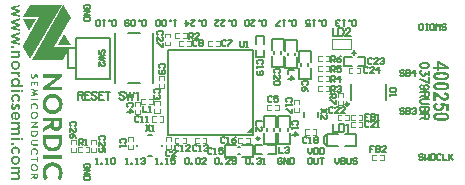
<source format=gto>
G04*
G04 #@! TF.GenerationSoftware,Altium Limited,Altium Designer,20.1.14 (287)*
G04*
G04 Layer_Color=65535*
%FSLAX24Y24*%
%MOIN*%
G70*
G04*
G04 #@! TF.SameCoordinates,EC6BA951-EC3A-497E-BF03-96D7CE287269*
G04*
G04*
G04 #@! TF.FilePolarity,Positive*
G04*
G01*
G75*
%ADD10C,0.0098*%
%ADD11C,0.0049*%
%ADD12C,0.0079*%
%ADD13C,0.0060*%
%ADD14C,0.0050*%
%ADD15C,0.0059*%
G36*
X384Y2855D02*
X189Y2797D01*
X385Y2735D01*
Y2679D01*
X189Y2616D01*
X384Y2558D01*
Y2492D01*
X98Y2585D01*
Y2644D01*
X292Y2707D01*
X98Y2771D01*
Y2829D01*
X384Y2921D01*
Y2855D01*
D02*
G37*
G36*
X703Y2054D02*
X485Y2430D01*
X920Y2431D01*
X703Y2054D01*
D02*
G37*
G36*
X384Y2389D02*
X189Y2332D01*
X385Y2269D01*
Y2213D01*
X189Y2150D01*
X384Y2092D01*
Y2026D01*
X98Y2119D01*
X98Y2178D01*
X292Y2241D01*
X98Y2305D01*
Y2363D01*
X384Y2455D01*
Y2389D01*
D02*
G37*
G36*
X2078Y1566D02*
X1644D01*
X1862Y1942D01*
X2078Y1566D01*
D02*
G37*
G36*
X384Y1923D02*
X189Y1866D01*
X385Y1803D01*
Y1747D01*
X189Y1684D01*
X384Y1626D01*
Y1560D01*
X98Y1653D01*
Y1712D01*
X292Y1775D01*
X98Y1839D01*
Y1897D01*
X384Y1989D01*
Y1923D01*
D02*
G37*
G36*
X174Y1465D02*
X100D01*
Y1536D01*
X174D01*
Y1465D01*
D02*
G37*
G36*
X384Y1314D02*
X340D01*
X342Y1313D01*
X345Y1311D01*
X348Y1308D01*
X352Y1305D01*
X355Y1303D01*
X359Y1299D01*
X363Y1295D01*
X366Y1291D01*
X368Y1289D01*
X371Y1286D01*
X374Y1281D01*
X377Y1275D01*
X379Y1271D01*
X382Y1266D01*
X384Y1260D01*
X386Y1255D01*
X387Y1249D01*
X388Y1243D01*
X389Y1238D01*
X390Y1229D01*
X390Y1223D01*
X389Y1216D01*
X389Y1209D01*
X388Y1202D01*
X386Y1195D01*
X384Y1187D01*
X382Y1182D01*
X380Y1177D01*
X377Y1172D01*
X373Y1167D01*
X370Y1162D01*
X366Y1157D01*
X361Y1152D01*
X358Y1149D01*
X353Y1145D01*
X349Y1143D01*
X343Y1139D01*
X338Y1136D01*
X331Y1133D01*
X327Y1131D01*
X322Y1130D01*
X316Y1128D01*
X309Y1127D01*
X303Y1126D01*
X297Y1125D01*
X290Y1125D01*
X282Y1124D01*
X100Y1124D01*
Y1189D01*
X261Y1189D01*
X265Y1190D01*
X268Y1190D01*
X273Y1190D01*
X276Y1190D01*
X280Y1191D01*
X284Y1192D01*
X288Y1193D01*
X293Y1194D01*
X297Y1196D01*
X301Y1198D01*
X303Y1199D01*
X308Y1202D01*
X312Y1205D01*
X315Y1208D01*
X319Y1212D01*
X322Y1216D01*
X323Y1218D01*
X324Y1221D01*
X326Y1225D01*
X327Y1229D01*
X329Y1235D01*
X330Y1239D01*
X330Y1244D01*
X331Y1250D01*
X330Y1254D01*
X330Y1261D01*
X329Y1264D01*
X328Y1269D01*
X327Y1274D01*
X325Y1278D01*
X323Y1282D01*
X320Y1287D01*
X316Y1293D01*
X312Y1296D01*
X308Y1300D01*
X303Y1303D01*
X297Y1307D01*
X291Y1309D01*
X285Y1311D01*
X278Y1313D01*
X272Y1314D01*
X266Y1314D01*
X261Y1314D01*
X100Y1314D01*
Y1379D01*
X384D01*
Y1314D01*
D02*
G37*
G36*
X763Y2920D02*
X1777Y2920D01*
X723Y1093D01*
X485Y1497D01*
X483Y1502D01*
X481Y1505D01*
X480Y1507D01*
X478Y1511D01*
X477Y1515D01*
X477Y1517D01*
X476Y1519D01*
X476Y1522D01*
X477Y1525D01*
X477Y1527D01*
X478Y1531D01*
X480Y1534D01*
X481Y1537D01*
X482Y1539D01*
X1033Y2496D01*
X483Y2495D01*
X715Y2892D01*
X720Y2900D01*
X724Y2905D01*
X730Y2909D01*
X736Y2914D01*
X743Y2917D01*
X750Y2918D01*
X758Y2920D01*
X763Y2920D01*
D02*
G37*
G36*
X1843Y2897D02*
X1849Y2892D01*
X1854Y2887D01*
X1858Y2882D01*
X1863Y2875D01*
X1868Y2867D01*
X2068Y2522D01*
X2072Y2516D01*
X2074Y2510D01*
X2076Y2506D01*
X2079Y2498D01*
X2080Y2493D01*
X2082Y2486D01*
X2082Y2482D01*
X2082Y2478D01*
X2082Y2471D01*
X2082Y2466D01*
X2081Y2460D01*
X2079Y2452D01*
X2077Y2447D01*
X2073Y2439D01*
X2069Y2431D01*
X1531Y1501D01*
X2079D01*
X2077Y1493D01*
X2074Y1486D01*
X2071Y1481D01*
X1867Y1129D01*
X1864Y1123D01*
X1857Y1114D01*
X1851Y1107D01*
X1838Y1096D01*
X1827Y1089D01*
X1815Y1083D01*
X1804Y1079D01*
X1795Y1078D01*
X1787Y1076D01*
X1778Y1076D01*
X788D01*
X1840Y2899D01*
X1843Y2897D01*
D02*
G37*
G36*
X241Y988D02*
X233Y988D01*
X227Y987D01*
X218Y985D01*
X209Y983D01*
X205Y981D01*
X199Y979D01*
X192Y975D01*
X185Y970D01*
X179Y965D01*
X174Y961D01*
X171Y957D01*
X168Y953D01*
X163Y947D01*
X160Y942D01*
X157Y936D01*
X155Y930D01*
X153Y923D01*
X152Y917D01*
X151Y912D01*
X150Y906D01*
X150Y899D01*
X151Y893D01*
X151Y887D01*
X153Y881D01*
X154Y875D01*
X156Y871D01*
X158Y865D01*
X161Y858D01*
X164Y854D01*
X168Y848D01*
X172Y844D01*
X177Y839D01*
X182Y834D01*
X187Y831D01*
X191Y828D01*
X195Y826D01*
X200Y824D01*
X204Y822D01*
X209Y820D01*
X213Y819D01*
X218Y818D01*
X223Y817D01*
X228Y816D01*
X233Y816D01*
X238Y816D01*
X245Y816D01*
X252Y816D01*
X259Y817D01*
X267Y819D01*
X274Y821D01*
X281Y824D01*
X288Y827D01*
X294Y831D01*
X300Y835D01*
X307Y841D01*
X310Y844D01*
X313Y848D01*
X317Y853D01*
X322Y861D01*
X325Y866D01*
X328Y873D01*
X330Y880D01*
X331Y886D01*
X332Y891D01*
X333Y897D01*
X333Y904D01*
X332Y909D01*
X332Y915D01*
X331Y923D01*
X329Y928D01*
X328Y933D01*
X325Y939D01*
X323Y944D01*
X319Y951D01*
X314Y957D01*
X309Y963D01*
X304Y967D01*
X299Y971D01*
X295Y973D01*
X289Y977D01*
X285Y979D01*
X277Y983D01*
X268Y985D01*
X259Y987D01*
X252Y988D01*
X247Y988D01*
X241Y988D01*
X241Y1053D01*
X252Y1053D01*
X259Y1052D01*
X268Y1051D01*
X279Y1049D01*
X286Y1047D01*
X291Y1045D01*
X298Y1042D01*
X306Y1039D01*
X312Y1036D01*
X318Y1032D01*
X325Y1028D01*
X331Y1023D01*
X337Y1018D01*
X342Y1014D01*
X346Y1010D01*
X349Y1007D01*
X353Y1003D01*
X359Y995D01*
X363Y990D01*
X367Y983D01*
X370Y979D01*
X374Y971D01*
X376Y966D01*
X379Y960D01*
X380Y956D01*
X383Y948D01*
X385Y941D01*
X386Y935D01*
X387Y930D01*
X388Y925D01*
X389Y920D01*
X389Y912D01*
X390Y904D01*
X390Y898D01*
X389Y887D01*
X388Y879D01*
X387Y871D01*
X386Y866D01*
X385Y861D01*
X383Y855D01*
X380Y845D01*
X377Y840D01*
X373Y830D01*
X370Y825D01*
X368Y820D01*
X365Y816D01*
X361Y810D01*
X357Y806D01*
X354Y801D01*
X350Y797D01*
X346Y793D01*
X342Y789D01*
X337Y785D01*
X333Y782D01*
X328Y778D01*
X325Y775D01*
X320Y772D01*
X316Y770D01*
X308Y766D01*
X304Y764D01*
X299Y762D01*
X294Y760D01*
X289Y758D01*
X283Y756D01*
X279Y755D01*
X270Y753D01*
X265Y752D01*
X257Y751D01*
X251Y751D01*
X245Y750D01*
X238Y751D01*
X229Y751D01*
X224Y751D01*
X219Y752D01*
X210Y754D01*
X205Y755D01*
X200Y756D01*
X193Y758D01*
X187Y761D01*
X181Y763D01*
X175Y766D01*
X168Y770D01*
X162Y774D01*
X156Y777D01*
X148Y783D01*
X144Y787D01*
X139Y791D01*
X134Y796D01*
X131Y800D01*
X124Y808D01*
X121Y813D01*
X117Y818D01*
X114Y823D01*
X110Y831D01*
X108Y835D01*
X104Y843D01*
X102Y850D01*
X100Y855D01*
X98Y862D01*
X97Y867D01*
X96Y873D01*
X95Y878D01*
X94Y887D01*
X93Y895D01*
X93Y902D01*
X93Y910D01*
X94Y918D01*
X95Y927D01*
X96Y931D01*
X97Y936D01*
X98Y942D01*
X100Y948D01*
X102Y954D01*
X104Y962D01*
X107Y968D01*
X111Y975D01*
X114Y982D01*
X120Y990D01*
X123Y996D01*
X128Y1002D01*
X134Y1008D01*
X137Y1011D01*
X142Y1016D01*
X150Y1022D01*
X157Y1028D01*
X164Y1032D01*
X169Y1035D01*
X175Y1038D01*
X181Y1041D01*
X188Y1044D01*
X196Y1047D01*
X204Y1049D01*
X215Y1051D01*
X224Y1052D01*
X231Y1053D01*
X241Y1053D01*
Y988D01*
D02*
G37*
G36*
X384Y611D02*
X323Y610D01*
X328Y608D01*
X335Y604D01*
X342Y600D01*
X349Y595D01*
X353Y592D01*
X359Y587D01*
X364Y581D01*
X369Y575D01*
X373Y570D01*
X377Y565D01*
X380Y558D01*
X383Y551D01*
X386Y542D01*
X388Y535D01*
X389Y529D01*
X389Y524D01*
X389Y516D01*
X389Y511D01*
X320D01*
X320Y525D01*
X319Y531D01*
X318Y537D01*
X317Y542D01*
X315Y549D01*
X312Y556D01*
X309Y562D01*
X305Y569D01*
X300Y577D01*
X292Y584D01*
X286Y589D01*
X280Y593D01*
X273Y597D01*
X268Y600D01*
X261Y603D01*
X250Y606D01*
X243Y608D01*
X233Y610D01*
X222Y611D01*
X216Y611D01*
X208Y611D01*
X100D01*
Y676D01*
X384D01*
X384Y611D01*
D02*
G37*
G36*
X807Y592D02*
X803Y585D01*
X801Y582D01*
X798Y576D01*
X796Y571D01*
X794Y566D01*
X792Y561D01*
X789Y552D01*
X788Y547D01*
X787Y542D01*
X787Y537D01*
X786Y534D01*
X786Y529D01*
X786Y524D01*
X786Y521D01*
X787Y518D01*
X788Y513D01*
X789Y509D01*
X791Y506D01*
X792Y504D01*
X794Y502D01*
X796Y500D01*
X798Y498D01*
X801Y496D01*
X803Y496D01*
X806Y495D01*
X809Y495D01*
X812Y495D01*
X815Y495D01*
X817Y496D01*
X819Y496D01*
X821Y497D01*
X823Y498D01*
X825Y500D01*
X828Y503D01*
X830Y505D01*
X833Y508D01*
X838Y514D01*
X841Y519D01*
X869Y557D01*
X870Y558D01*
X872Y562D01*
X875Y565D01*
X877Y568D01*
X880Y571D01*
X885Y576D01*
X888Y579D01*
X894Y583D01*
X897Y585D01*
X900Y587D01*
X904Y589D01*
X914Y592D01*
X915Y593D01*
X918Y593D01*
X923Y594D01*
X927Y594D01*
X933Y594D01*
X935Y594D01*
X939Y594D01*
X943Y593D01*
X948Y592D01*
X952Y591D01*
X956Y590D01*
X960Y588D01*
X964Y585D01*
X972Y579D01*
X974Y577D01*
X975Y575D01*
X978Y572D01*
X981Y568D01*
X983Y563D01*
X985Y559D01*
X987Y555D01*
X988Y548D01*
X990Y543D01*
X990Y536D01*
X991Y530D01*
X991Y526D01*
X991Y521D01*
X991Y514D01*
X990Y507D01*
X989Y498D01*
X987Y492D01*
X986Y485D01*
X984Y479D01*
X982Y473D01*
X979Y465D01*
X974Y455D01*
X935Y473D01*
X937Y478D01*
X938Y480D01*
X939Y482D01*
X940Y485D01*
X942Y488D01*
X943Y492D01*
X944Y495D01*
X945Y499D01*
X946Y502D01*
X947Y505D01*
X948Y509D01*
X948Y512D01*
X949Y515D01*
X949Y518D01*
X949Y520D01*
X949Y524D01*
X949Y527D01*
X949Y531D01*
X949Y533D01*
X947Y538D01*
X946Y540D01*
X945Y542D01*
X944Y544D01*
X942Y545D01*
X941Y546D01*
X939Y547D01*
X936Y548D01*
X935Y548D01*
X933Y548D01*
X931Y548D01*
X928Y548D01*
X924Y547D01*
X921Y544D01*
X917Y541D01*
X914Y538D01*
X910Y534D01*
X893Y510D01*
X876Y485D01*
X873Y481D01*
X870Y477D01*
X867Y474D01*
X865Y471D01*
X863Y469D01*
X861Y467D01*
X858Y465D01*
X854Y462D01*
X850Y459D01*
X843Y455D01*
X835Y452D01*
X833Y451D01*
X830Y450D01*
X828Y450D01*
X824Y449D01*
X821Y449D01*
X818Y449D01*
X815Y449D01*
X812Y449D01*
X809Y449D01*
X806Y449D01*
X802Y449D01*
X800Y449D01*
X796Y450D01*
X791Y451D01*
X787Y453D01*
X783Y454D01*
X779Y456D01*
X773Y460D01*
X767Y465D01*
X763Y469D01*
X761Y470D01*
X759Y474D01*
X757Y477D01*
X754Y481D01*
X753Y485D01*
X751Y488D01*
X750Y491D01*
X749Y495D01*
X747Y501D01*
X746Y507D01*
X745Y511D01*
X745Y516D01*
X744Y522D01*
X744Y529D01*
X745Y541D01*
X745Y548D01*
X746Y555D01*
X748Y565D01*
X749Y571D01*
X753Y581D01*
X755Y587D01*
X757Y591D01*
X758Y594D01*
X761Y599D01*
X763Y604D01*
X765Y607D01*
X767Y611D01*
X807Y592D01*
D02*
G37*
G36*
X986Y213D02*
X945Y213D01*
Y311D01*
X898D01*
X898Y222D01*
X858D01*
X858Y311D01*
X790D01*
Y212D01*
X749D01*
Y354D01*
X986D01*
Y213D01*
D02*
G37*
G36*
X248Y468D02*
X256Y468D01*
X261Y468D01*
X265Y467D01*
X275Y466D01*
X283Y464D01*
X294Y461D01*
X300Y459D01*
X306Y457D01*
X311Y455D01*
X316Y453D01*
X321Y450D01*
X327Y447D01*
X334Y442D01*
X338Y440D01*
X342Y437D01*
X346Y433D01*
X350Y429D01*
X354Y426D01*
X359Y420D01*
X363Y416D01*
X368Y408D01*
X373Y401D01*
X375Y396D01*
X379Y388D01*
X382Y380D01*
X384Y376D01*
X385Y371D01*
X387Y362D01*
X388Y356D01*
X389Y350D01*
X390Y340D01*
X390Y331D01*
X389Y322D01*
X388Y317D01*
X387Y312D01*
X386Y307D01*
X385Y302D01*
X382Y293D01*
X379Y287D01*
X375Y279D01*
X370Y271D01*
X367Y266D01*
X363Y262D01*
X359Y258D01*
X356Y254D01*
X352Y250D01*
X346Y245D01*
X340Y240D01*
X492D01*
Y175D01*
X239Y175D01*
X239Y239D01*
X247Y239D01*
X253Y239D01*
X258Y240D01*
X265Y241D01*
X270Y243D01*
X278Y245D01*
X282Y247D01*
X287Y249D01*
X292Y251D01*
X297Y255D01*
X303Y259D01*
X309Y265D01*
X313Y268D01*
X316Y272D01*
X320Y277D01*
X323Y283D01*
X327Y291D01*
X329Y297D01*
X331Y303D01*
X332Y309D01*
X333Y317D01*
X333Y326D01*
X333Y330D01*
X332Y335D01*
X331Y341D01*
X329Y348D01*
X326Y356D01*
X323Y361D01*
X319Y368D01*
X315Y373D01*
X309Y379D01*
X304Y383D01*
X300Y386D01*
X293Y391D01*
X287Y394D01*
X278Y397D01*
X272Y399D01*
X265Y401D01*
X260Y402D01*
X252Y403D01*
X245Y403D01*
X237Y403D01*
X229Y402D01*
X223Y402D01*
X217Y400D01*
X210Y399D01*
X203Y396D01*
X195Y393D01*
X191Y390D01*
X187Y388D01*
X182Y385D01*
X177Y381D01*
X172Y375D01*
X168Y370D01*
X164Y365D01*
X160Y359D01*
X157Y352D01*
X155Y348D01*
X153Y343D01*
X152Y337D01*
X151Y330D01*
X150Y326D01*
X150Y318D01*
X151Y312D01*
X152Y305D01*
X154Y299D01*
X156Y292D01*
X159Y286D01*
X162Y281D01*
X165Y276D01*
X168Y272D01*
X172Y267D01*
X177Y262D01*
X183Y257D01*
X189Y253D01*
X195Y250D01*
X200Y247D01*
X207Y244D01*
X212Y243D01*
X218Y241D01*
X224Y240D01*
X229Y239D01*
X234Y239D01*
X239Y239D01*
X239Y175D01*
X100Y175D01*
X100Y240D01*
X147D01*
X138Y247D01*
X134Y250D01*
X127Y256D01*
X124Y260D01*
X120Y264D01*
X113Y273D01*
X109Y279D01*
X107Y284D01*
X104Y288D01*
X100Y297D01*
X98Y304D01*
X97Y308D01*
X96Y315D01*
X95Y321D01*
X94Y326D01*
X94Y331D01*
X94Y340D01*
X94Y347D01*
X95Y357D01*
X96Y362D01*
X98Y369D01*
X99Y374D01*
X102Y381D01*
X103Y385D01*
X107Y393D01*
X109Y398D01*
X112Y402D01*
X115Y407D01*
X118Y411D01*
X122Y417D01*
X126Y421D01*
X129Y425D01*
X135Y430D01*
X138Y433D01*
X143Y437D01*
X148Y441D01*
X152Y444D01*
X157Y447D01*
X165Y452D01*
X171Y454D01*
X177Y457D01*
X186Y460D01*
X194Y463D01*
X203Y465D01*
X209Y466D01*
X220Y467D01*
X227Y468D01*
X235Y468D01*
X242Y469D01*
X248Y468D01*
D02*
G37*
G36*
X1794Y488D02*
X1355Y176D01*
X1794D01*
X1794Y59D01*
X1155Y59D01*
X1155Y168D01*
X1593Y479D01*
X1155D01*
Y596D01*
X1794Y596D01*
Y488D01*
D02*
G37*
G36*
X384Y81D02*
Y16D01*
X100Y16D01*
Y81D01*
X384Y81D01*
D02*
G37*
G36*
X489Y14D02*
X427D01*
Y84D01*
X489Y84D01*
Y14D01*
D02*
G37*
G36*
X986Y77D02*
Y45D01*
X852Y-9D01*
X986Y-63D01*
Y-95D01*
X749Y-137D01*
Y-93D01*
X902Y-71D01*
X785Y-25D01*
Y7D01*
X902Y52D01*
X749Y76D01*
Y119D01*
X986Y77D01*
D02*
G37*
G36*
X986Y-277D02*
X749D01*
Y-232D01*
X986D01*
Y-277D01*
D02*
G37*
G36*
X249Y-62D02*
X259Y-62D01*
X264Y-63D01*
X271Y-64D01*
X279Y-66D01*
X285Y-68D01*
X291Y-69D01*
X296Y-71D01*
X303Y-74D01*
X310Y-78D01*
X315Y-80D01*
X321Y-84D01*
X327Y-88D01*
X333Y-92D01*
X338Y-96D01*
X344Y-101D01*
X348Y-106D01*
X354Y-112D01*
X359Y-118D01*
X363Y-123D01*
X367Y-130D01*
X371Y-136D01*
X374Y-143D01*
X377Y-148D01*
X379Y-153D01*
X382Y-160D01*
X384Y-168D01*
X386Y-175D01*
X387Y-180D01*
X389Y-190D01*
X389Y-198D01*
X390Y-202D01*
X390Y-210D01*
X390Y-219D01*
X389Y-225D01*
X388Y-233D01*
X387Y-242D01*
X386Y-246D01*
X385Y-252D01*
X382Y-261D01*
X379Y-270D01*
X375Y-278D01*
X371Y-286D01*
X369Y-289D01*
X368Y-291D01*
X366Y-294D01*
X364Y-297D01*
X362Y-299D01*
X360Y-302D01*
X357Y-305D01*
X356Y-307D01*
X353Y-310D01*
X350Y-313D01*
X345Y-318D01*
X341Y-323D01*
X297Y-282D01*
X299Y-280D01*
X302Y-277D01*
X304Y-275D01*
X306Y-273D01*
X308Y-270D01*
X312Y-267D01*
X314Y-263D01*
X317Y-259D01*
X320Y-255D01*
X322Y-251D01*
X324Y-248D01*
X325Y-245D01*
X327Y-241D01*
X329Y-236D01*
X330Y-232D01*
X330Y-230D01*
X331Y-225D01*
X332Y-219D01*
X333Y-213D01*
X333Y-209D01*
X333Y-205D01*
X332Y-200D01*
X332Y-196D01*
X331Y-192D01*
X330Y-188D01*
X329Y-184D01*
X327Y-179D01*
X325Y-174D01*
X322Y-170D01*
X320Y-166D01*
X316Y-161D01*
X314Y-158D01*
X311Y-154D01*
X307Y-150D01*
X302Y-147D01*
X298Y-143D01*
X296Y-142D01*
X291Y-139D01*
X285Y-136D01*
X279Y-133D01*
X276Y-132D01*
X273Y-131D01*
X269Y-130D01*
X265Y-129D01*
X261Y-128D01*
X257Y-128D01*
X253Y-127D01*
X250Y-127D01*
X246Y-126D01*
X241Y-126D01*
X236Y-127D01*
X231Y-127D01*
X226Y-127D01*
X221Y-128D01*
X216Y-129D01*
X211Y-131D01*
X207Y-132D01*
X202Y-134D01*
X197Y-136D01*
X192Y-139D01*
X188Y-142D01*
X185Y-143D01*
X183Y-145D01*
X181Y-147D01*
X178Y-149D01*
X176Y-151D01*
X173Y-153D01*
X171Y-156D01*
X167Y-160D01*
X165Y-164D01*
X163Y-167D01*
X160Y-172D01*
X158Y-176D01*
X156Y-182D01*
X154Y-186D01*
X153Y-189D01*
X152Y-194D01*
X151Y-198D01*
X151Y-202D01*
X150Y-207D01*
X150Y-210D01*
X150Y-216D01*
X151Y-221D01*
X151Y-225D01*
X152Y-229D01*
X153Y-232D01*
X154Y-237D01*
X156Y-243D01*
X157Y-246D01*
X159Y-251D01*
X162Y-256D01*
X165Y-260D01*
X168Y-265D01*
X170Y-268D01*
X174Y-273D01*
X176Y-276D01*
X179Y-279D01*
X183Y-283D01*
X185Y-285D01*
X147Y-324D01*
X144Y-322D01*
X141Y-319D01*
X137Y-315D01*
X132Y-310D01*
X129Y-306D01*
X125Y-302D01*
X121Y-296D01*
X117Y-292D01*
X115Y-288D01*
X112Y-283D01*
X108Y-277D01*
X106Y-273D01*
X104Y-268D01*
X102Y-262D01*
X100Y-257D01*
X99Y-252D01*
X98Y-249D01*
X96Y-242D01*
X95Y-237D01*
X95Y-231D01*
X94Y-226D01*
X94Y-219D01*
X93Y-215D01*
X93Y-211D01*
X93Y-204D01*
X93Y-201D01*
X94Y-193D01*
X94Y-189D01*
X95Y-185D01*
X96Y-180D01*
X97Y-174D01*
X99Y-168D01*
X101Y-160D01*
X104Y-151D01*
X109Y-142D01*
X112Y-135D01*
X116Y-129D01*
X120Y-123D01*
X124Y-117D01*
X129Y-111D01*
X134Y-105D01*
X139Y-100D01*
X145Y-95D01*
X151Y-91D01*
X157Y-87D01*
X162Y-83D01*
X168Y-79D01*
X175Y-76D01*
X182Y-73D01*
X190Y-70D01*
X198Y-67D01*
X203Y-66D01*
X213Y-64D01*
X221Y-62D01*
X228Y-62D01*
X235Y-61D01*
X241Y-61D01*
X249Y-62D01*
D02*
G37*
G36*
X874Y-365D02*
X877Y-365D01*
X884Y-366D01*
X889Y-366D01*
X895Y-367D01*
X900Y-369D01*
X910Y-371D01*
X915Y-373D01*
X920Y-375D01*
X925Y-377D01*
X932Y-381D01*
X936Y-383D01*
X942Y-387D01*
X954Y-397D01*
X961Y-405D01*
X964Y-409D01*
X967Y-412D01*
X971Y-418D01*
X974Y-423D01*
X976Y-428D01*
X979Y-432D01*
X980Y-437D01*
X982Y-442D01*
X984Y-447D01*
X985Y-451D01*
X987Y-456D01*
X988Y-461D01*
X989Y-466D01*
X990Y-474D01*
X991Y-482D01*
X991Y-493D01*
X991Y-500D01*
X990Y-507D01*
X989Y-516D01*
X988Y-525D01*
X985Y-537D01*
X982Y-546D01*
X977Y-556D01*
X976Y-559D01*
X972Y-566D01*
X969Y-570D01*
X965Y-577D01*
X927Y-552D01*
X928Y-551D01*
X931Y-547D01*
X933Y-543D01*
X935Y-539D01*
X937Y-535D01*
X939Y-531D01*
X942Y-523D01*
X944Y-517D01*
X946Y-507D01*
X947Y-497D01*
X947Y-494D01*
X947Y-488D01*
X946Y-482D01*
X945Y-476D01*
X944Y-471D01*
X943Y-466D01*
X941Y-460D01*
X938Y-454D01*
X934Y-447D01*
X932Y-443D01*
X927Y-437D01*
X920Y-430D01*
X912Y-424D01*
X906Y-421D01*
X902Y-419D01*
X898Y-417D01*
X891Y-415D01*
X886Y-414D01*
X880Y-413D01*
X876Y-413D01*
X871Y-412D01*
X865Y-412D01*
X860Y-412D01*
X854Y-413D01*
X848Y-414D01*
X841Y-416D01*
X833Y-419D01*
X828Y-421D01*
X820Y-426D01*
X812Y-432D01*
X805Y-441D01*
X800Y-447D01*
X799Y-449D01*
X796Y-455D01*
X794Y-459D01*
X793Y-464D01*
X791Y-471D01*
X790Y-475D01*
X789Y-481D01*
X789Y-487D01*
X788Y-495D01*
X789Y-501D01*
X790Y-507D01*
X792Y-518D01*
X793Y-522D01*
X794Y-524D01*
X796Y-530D01*
X798Y-535D01*
X800Y-538D01*
X803Y-544D01*
X805Y-548D01*
X808Y-552D01*
X770Y-577D01*
X768Y-574D01*
X765Y-569D01*
X760Y-560D01*
X756Y-552D01*
X752Y-543D01*
X749Y-533D01*
X749Y-530D01*
X747Y-525D01*
X746Y-519D01*
X745Y-513D01*
X745Y-504D01*
X744Y-497D01*
X744Y-491D01*
X744Y-485D01*
X745Y-479D01*
X745Y-472D01*
X747Y-464D01*
X748Y-459D01*
X750Y-451D01*
X751Y-447D01*
X753Y-441D01*
X755Y-435D01*
X759Y-428D01*
X762Y-421D01*
X768Y-413D01*
X773Y-406D01*
X777Y-401D01*
X785Y-393D01*
X792Y-388D01*
X800Y-383D01*
X804Y-380D01*
X808Y-378D01*
X811Y-377D01*
X816Y-374D01*
X824Y-372D01*
X832Y-369D01*
X840Y-367D01*
X847Y-366D01*
X852Y-366D01*
X859Y-365D01*
X864Y-365D01*
X869Y-365D01*
X874Y-365D01*
D02*
G37*
G36*
X181Y-398D02*
X175Y-406D01*
X171Y-413D01*
X167Y-419D01*
X164Y-425D01*
X161Y-430D01*
X158Y-437D01*
X155Y-444D01*
X154Y-449D01*
X152Y-455D01*
X150Y-461D01*
X149Y-467D01*
X148Y-471D01*
X147Y-475D01*
X147Y-480D01*
X146Y-483D01*
X146Y-487D01*
X146Y-492D01*
X146Y-498D01*
X147Y-501D01*
X147Y-506D01*
X148Y-508D01*
X148Y-510D01*
X149Y-514D01*
X151Y-517D01*
X152Y-520D01*
X154Y-523D01*
X155Y-525D01*
X157Y-527D01*
X160Y-530D01*
X162Y-531D01*
X164Y-533D01*
X167Y-534D01*
X168Y-534D01*
X170Y-535D01*
X172Y-535D01*
X175Y-535D01*
X178Y-535D01*
X181Y-535D01*
X183Y-535D01*
X186Y-533D01*
X189Y-532D01*
X192Y-530D01*
X194Y-528D01*
X196Y-525D01*
X198Y-523D01*
X201Y-518D01*
X204Y-512D01*
X207Y-504D01*
X210Y-498D01*
X211Y-494D01*
X213Y-488D01*
X214Y-482D01*
X216Y-475D01*
X218Y-469D01*
X221Y-461D01*
X224Y-449D01*
X227Y-442D01*
X231Y-434D01*
X234Y-428D01*
X238Y-420D01*
X240Y-417D01*
X243Y-413D01*
X246Y-408D01*
X248Y-406D01*
X252Y-402D01*
X255Y-399D01*
X259Y-396D01*
X264Y-393D01*
X269Y-390D01*
X274Y-388D01*
X278Y-386D01*
X284Y-385D01*
X287Y-384D01*
X293Y-383D01*
X296Y-383D01*
X299Y-383D01*
X301Y-383D01*
X307Y-383D01*
X313Y-384D01*
X318Y-384D01*
X323Y-385D01*
X332Y-388D01*
X335Y-389D01*
X341Y-392D01*
X347Y-396D01*
X352Y-400D01*
X357Y-403D01*
X361Y-407D01*
X365Y-411D01*
X369Y-416D01*
X371Y-420D01*
X374Y-425D01*
X377Y-431D01*
X380Y-436D01*
X382Y-441D01*
X383Y-445D01*
X384Y-451D01*
X386Y-455D01*
X386Y-460D01*
X387Y-465D01*
X388Y-470D01*
X388Y-475D01*
X389Y-480D01*
X389Y-487D01*
X388Y-492D01*
X388Y-496D01*
X388Y-502D01*
X387Y-507D01*
X386Y-512D01*
X385Y-518D01*
X384Y-523D01*
X383Y-529D01*
X382Y-533D01*
X380Y-538D01*
X378Y-544D01*
X376Y-550D01*
X374Y-556D01*
X370Y-563D01*
X367Y-570D01*
X365Y-574D01*
X361Y-582D01*
X356Y-589D01*
X310Y-563D01*
X315Y-554D01*
X319Y-547D01*
X321Y-543D01*
X323Y-537D01*
X326Y-532D01*
X328Y-527D01*
X329Y-523D01*
X331Y-519D01*
X332Y-514D01*
X334Y-507D01*
X335Y-502D01*
X336Y-496D01*
X336Y-492D01*
X337Y-487D01*
X337Y-484D01*
X337Y-481D01*
X337Y-478D01*
X337Y-475D01*
X336Y-473D01*
X336Y-469D01*
X335Y-466D01*
X334Y-463D01*
X333Y-461D01*
X332Y-458D01*
X330Y-455D01*
X328Y-452D01*
X326Y-449D01*
X324Y-448D01*
X322Y-446D01*
X320Y-445D01*
X316Y-444D01*
X313Y-443D01*
X311Y-443D01*
X308Y-443D01*
X304Y-443D01*
X301Y-444D01*
X297Y-446D01*
X295Y-447D01*
X292Y-450D01*
X291Y-451D01*
X290Y-453D01*
X287Y-457D01*
X284Y-462D01*
X282Y-466D01*
X280Y-471D01*
X278Y-476D01*
X276Y-480D01*
X273Y-489D01*
X265Y-515D01*
X262Y-524D01*
X259Y-531D01*
X257Y-537D01*
X254Y-544D01*
X252Y-548D01*
X249Y-553D01*
X246Y-559D01*
X243Y-563D01*
X240Y-567D01*
X237Y-570D01*
X234Y-574D01*
X231Y-577D01*
X227Y-580D01*
X222Y-584D01*
X216Y-588D01*
X212Y-590D01*
X206Y-592D01*
X203Y-593D01*
X199Y-594D01*
X195Y-594D01*
X190Y-595D01*
X185Y-595D01*
X179Y-595D01*
X174Y-595D01*
X170Y-594D01*
X166Y-594D01*
X161Y-593D01*
X156Y-591D01*
X150Y-589D01*
X145Y-587D01*
X141Y-585D01*
X137Y-583D01*
X134Y-581D01*
X130Y-578D01*
X125Y-574D01*
X122Y-571D01*
X119Y-567D01*
X115Y-563D01*
X112Y-559D01*
X109Y-554D01*
X106Y-548D01*
X105Y-544D01*
X102Y-538D01*
X100Y-531D01*
X98Y-523D01*
X97Y-517D01*
X95Y-509D01*
X95Y-503D01*
X95Y-498D01*
X94Y-491D01*
X94Y-484D01*
X95Y-478D01*
X95Y-473D01*
X96Y-468D01*
X96Y-463D01*
X98Y-456D01*
X98Y-452D01*
X99Y-448D01*
X100Y-443D01*
X102Y-437D01*
X104Y-430D01*
X106Y-424D01*
X110Y-414D01*
X113Y-408D01*
X116Y-402D01*
X120Y-395D01*
X123Y-389D01*
X126Y-385D01*
X127Y-382D01*
X131Y-376D01*
X134Y-373D01*
X137Y-369D01*
X181Y-398D01*
D02*
G37*
G36*
X1486Y-58D02*
X1502Y-59D01*
X1513Y-60D01*
X1530Y-62D01*
X1542Y-64D01*
X1555Y-67D01*
X1561Y-68D01*
X1575Y-72D01*
X1589Y-76D01*
X1597Y-78D01*
X1613Y-85D01*
X1622Y-89D01*
X1632Y-94D01*
X1644Y-100D01*
X1657Y-107D01*
X1674Y-119D01*
X1690Y-131D01*
X1707Y-145D01*
X1720Y-159D01*
X1732Y-171D01*
X1745Y-189D01*
X1755Y-203D01*
X1762Y-215D01*
X1769Y-227D01*
X1774Y-237D01*
X1782Y-256D01*
X1789Y-274D01*
X1794Y-290D01*
X1798Y-306D01*
X1802Y-322D01*
X1804Y-337D01*
X1806Y-351D01*
X1807Y-365D01*
X1808Y-378D01*
X1808Y-393D01*
X1808Y-410D01*
X1807Y-428D01*
X1805Y-442D01*
X1804Y-450D01*
X1801Y-465D01*
X1798Y-481D01*
X1794Y-496D01*
X1785Y-522D01*
X1781Y-531D01*
X1777Y-541D01*
X1773Y-551D01*
X1767Y-561D01*
X1761Y-572D01*
X1754Y-584D01*
X1744Y-598D01*
X1730Y-616D01*
X1716Y-631D01*
X1703Y-644D01*
X1690Y-655D01*
X1671Y-669D01*
X1652Y-682D01*
X1638Y-689D01*
X1627Y-695D01*
X1617Y-700D01*
X1607Y-703D01*
X1599Y-707D01*
X1591Y-710D01*
X1576Y-714D01*
X1568Y-716D01*
X1555Y-720D01*
X1548Y-721D01*
X1535Y-723D01*
X1523Y-725D01*
X1512Y-726D01*
X1506Y-727D01*
X1495Y-727D01*
X1485Y-728D01*
X1475Y-728D01*
X1463Y-728D01*
X1453Y-727D01*
X1442Y-727D01*
X1431Y-725D01*
X1419Y-724D01*
X1407Y-722D01*
X1400Y-721D01*
X1387Y-718D01*
X1380Y-716D01*
X1373Y-714D01*
X1366Y-712D01*
X1358Y-709D01*
X1350Y-707D01*
X1342Y-703D01*
X1333Y-700D01*
X1323Y-695D01*
X1312Y-690D01*
X1298Y-682D01*
X1289Y-677D01*
X1282Y-672D01*
X1269Y-663D01*
X1257Y-654D01*
X1245Y-643D01*
X1233Y-631D01*
X1224Y-621D01*
X1214Y-609D01*
X1204Y-597D01*
X1195Y-583D01*
X1188Y-571D01*
X1181Y-560D01*
X1176Y-549D01*
X1171Y-540D01*
X1167Y-530D01*
X1161Y-512D01*
X1158Y-503D01*
X1155Y-495D01*
X1153Y-487D01*
X1151Y-478D01*
X1149Y-471D01*
X1146Y-455D01*
X1145Y-448D01*
X1143Y-433D01*
X1143Y-426D01*
X1142Y-411D01*
X1141Y-398D01*
X1141Y-393D01*
X1141Y-378D01*
X1142Y-372D01*
X1143Y-358D01*
X1144Y-344D01*
X1145Y-337D01*
X1146Y-330D01*
X1148Y-323D01*
X1149Y-315D01*
X1151Y-308D01*
X1153Y-300D01*
X1155Y-292D01*
X1160Y-276D01*
X1163Y-267D01*
X1166Y-259D01*
X1170Y-250D01*
X1174Y-240D01*
X1179Y-230D01*
X1185Y-219D01*
X1191Y-208D01*
X1200Y-195D01*
X1212Y-179D01*
X1220Y-168D01*
X1234Y-153D01*
X1245Y-143D01*
X1255Y-134D01*
X1264Y-127D01*
X1275Y-119D01*
X1283Y-113D01*
X1298Y-104D01*
X1322Y-91D01*
X1332Y-87D01*
X1341Y-83D01*
X1357Y-77D01*
X1372Y-72D01*
X1386Y-69D01*
X1399Y-66D01*
X1417Y-62D01*
X1435Y-60D01*
X1446Y-59D01*
X1462Y-58D01*
X1475Y-58D01*
X1486Y-58D01*
D02*
G37*
G36*
X872Y-650D02*
X880Y-650D01*
X890Y-652D01*
X900Y-654D01*
X907Y-656D01*
X913Y-657D01*
X922Y-661D01*
X930Y-665D01*
X935Y-668D01*
X941Y-672D01*
X948Y-677D01*
X956Y-685D01*
X961Y-690D01*
X965Y-694D01*
X968Y-699D01*
X971Y-704D01*
X974Y-708D01*
X976Y-712D01*
X981Y-723D01*
X984Y-730D01*
X987Y-739D01*
X988Y-745D01*
X989Y-750D01*
X990Y-758D01*
X991Y-764D01*
X991Y-771D01*
Y-776D01*
X991Y-781D01*
X990Y-789D01*
X989Y-795D01*
X988Y-800D01*
X987Y-806D01*
X986Y-812D01*
X984Y-818D01*
X980Y-829D01*
X976Y-836D01*
X974Y-840D01*
X971Y-845D01*
X967Y-850D01*
X962Y-856D01*
X959Y-860D01*
X955Y-864D01*
X947Y-871D01*
X943Y-874D01*
X938Y-878D01*
X933Y-881D01*
X928Y-884D01*
X920Y-887D01*
X914Y-890D01*
X908Y-892D01*
X902Y-893D01*
X897Y-895D01*
X893Y-896D01*
X884Y-897D01*
X875Y-898D01*
X865Y-898D01*
X851Y-897D01*
X840Y-895D01*
X835Y-894D01*
X827Y-892D01*
X822Y-890D01*
X815Y-887D01*
X807Y-884D01*
X802Y-881D01*
X796Y-877D01*
X791Y-873D01*
X786Y-869D01*
X780Y-864D01*
X774Y-858D01*
X768Y-849D01*
X764Y-844D01*
X761Y-840D01*
X757Y-832D01*
X754Y-825D01*
X751Y-818D01*
X749Y-812D01*
X748Y-806D01*
X746Y-797D01*
X745Y-791D01*
X744Y-783D01*
X744Y-778D01*
X744Y-766D01*
X745Y-761D01*
X745Y-756D01*
X746Y-748D01*
X748Y-739D01*
X750Y-733D01*
X753Y-724D01*
X756Y-717D01*
X760Y-709D01*
X763Y-705D01*
X766Y-700D01*
X770Y-694D01*
X775Y-689D01*
X780Y-684D01*
X784Y-680D01*
X791Y-674D01*
X796Y-671D01*
X802Y-667D01*
X811Y-662D01*
X818Y-659D01*
X824Y-657D01*
X829Y-655D01*
X837Y-653D01*
X844Y-652D01*
X851Y-651D01*
X867Y-650D01*
X872Y-650D01*
D02*
G37*
G36*
X247Y-654D02*
X252Y-654D01*
X258Y-655D01*
X260Y-655D01*
X263Y-655D01*
X268Y-656D01*
X274Y-657D01*
X279Y-658D01*
X285Y-660D01*
X290Y-661D01*
X295Y-663D01*
X300Y-665D01*
X305Y-667D01*
X310Y-669D01*
X314Y-671D01*
X319Y-673D01*
X323Y-676D01*
X327Y-679D01*
X332Y-682D01*
X336Y-685D01*
X340Y-688D01*
X342Y-689D01*
X344Y-691D01*
X346Y-693D01*
X349Y-695D01*
X351Y-697D01*
X353Y-700D01*
X355Y-702D01*
X357Y-704D01*
X360Y-708D01*
X362Y-710D01*
X364Y-713D01*
X366Y-716D01*
X368Y-718D01*
X370Y-722D01*
X372Y-725D01*
X374Y-728D01*
X376Y-732D01*
X377Y-735D01*
X378Y-738D01*
X380Y-741D01*
X381Y-745D01*
X382Y-748D01*
X384Y-751D01*
X385Y-755D01*
X386Y-761D01*
X387Y-766D01*
X388Y-770D01*
X389Y-774D01*
X389Y-778D01*
X389Y-781D01*
X390Y-787D01*
X390Y-792D01*
X390Y-797D01*
X390Y-802D01*
X389Y-806D01*
X389Y-811D01*
X388Y-815D01*
X387Y-820D01*
X386Y-827D01*
X385Y-831D01*
X384Y-835D01*
X383Y-839D01*
X381Y-844D01*
X380Y-846D01*
X379Y-849D01*
X377Y-852D01*
X375Y-856D01*
X374Y-858D01*
X372Y-862D01*
X369Y-867D01*
X367Y-871D01*
X364Y-874D01*
X362Y-877D01*
X359Y-880D01*
X356Y-884D01*
X353Y-886D01*
X351Y-889D01*
X349Y-891D01*
X347Y-893D01*
X343Y-896D01*
X339Y-899D01*
X335Y-902D01*
X331Y-904D01*
X328Y-906D01*
X325Y-908D01*
X319Y-911D01*
X316Y-913D01*
X312Y-914D01*
X308Y-916D01*
X305Y-917D01*
X301Y-919D01*
X297Y-920D01*
X293Y-921D01*
X290Y-922D01*
X287Y-923D01*
X283Y-924D01*
X279Y-925D01*
X274Y-926D01*
X270Y-927D01*
X265Y-927D01*
X262Y-928D01*
X257Y-928D01*
X253Y-928D01*
X249Y-929D01*
X246Y-929D01*
X243Y-929D01*
X240Y-929D01*
X235Y-929D01*
X231Y-929D01*
X226Y-929D01*
X222Y-928D01*
X219Y-928D01*
Y-719D01*
X217Y-720D01*
X213Y-720D01*
X211Y-721D01*
X207Y-722D01*
X204Y-723D01*
X201Y-723D01*
X197Y-725D01*
X194Y-726D01*
X190Y-728D01*
X186Y-730D01*
X182Y-733D01*
X179Y-735D01*
X176Y-737D01*
X171Y-741D01*
X168Y-744D01*
X166Y-746D01*
X164Y-749D01*
X161Y-752D01*
X158Y-756D01*
X157Y-759D01*
X155Y-763D01*
X154Y-765D01*
X152Y-769D01*
X151Y-772D01*
X150Y-775D01*
X149Y-779D01*
X148Y-783D01*
X148Y-786D01*
X147Y-790D01*
X147Y-794D01*
X147Y-796D01*
X147Y-800D01*
X147Y-803D01*
X147Y-806D01*
X147Y-810D01*
X147Y-813D01*
X148Y-817D01*
X148Y-821D01*
X149Y-824D01*
X149Y-826D01*
X150Y-830D01*
X152Y-834D01*
X153Y-838D01*
X155Y-842D01*
X157Y-846D01*
X159Y-851D01*
X161Y-853D01*
X162Y-855D01*
X163Y-857D01*
X165Y-860D01*
X168Y-864D01*
X170Y-867D01*
X173Y-870D01*
X176Y-873D01*
X179Y-876D01*
X180Y-878D01*
X147Y-916D01*
X143Y-913D01*
X140Y-910D01*
X137Y-907D01*
X133Y-904D01*
X129Y-900D01*
X127Y-897D01*
X124Y-893D01*
X121Y-889D01*
X119Y-886D01*
X117Y-883D01*
X114Y-879D01*
X113Y-877D01*
X111Y-873D01*
X109Y-869D01*
X107Y-866D01*
X105Y-861D01*
X103Y-857D01*
X102Y-854D01*
X100Y-848D01*
X99Y-843D01*
X97Y-837D01*
X96Y-833D01*
X95Y-828D01*
X95Y-822D01*
X94Y-817D01*
X94Y-813D01*
X94Y-810D01*
X93Y-806D01*
X93Y-802D01*
X93Y-797D01*
X93Y-794D01*
X94Y-790D01*
X94Y-787D01*
X94Y-784D01*
X94Y-781D01*
X95Y-777D01*
X95Y-774D01*
X96Y-770D01*
X97Y-767D01*
X98Y-763D01*
X98Y-759D01*
X100Y-755D01*
X101Y-751D01*
X102Y-747D01*
X104Y-743D01*
X106Y-738D01*
X107Y-735D01*
X109Y-731D01*
X111Y-728D01*
X112Y-725D01*
X114Y-722D01*
X117Y-718D01*
X119Y-715D01*
X121Y-711D01*
X123Y-708D01*
X126Y-706D01*
X128Y-702D01*
X131Y-700D01*
X133Y-698D01*
X136Y-695D01*
X139Y-692D01*
X141Y-690D01*
X144Y-687D01*
X147Y-685D01*
X150Y-683D01*
X152Y-681D01*
X155Y-679D01*
X158Y-677D01*
X161Y-675D01*
X167Y-672D01*
X171Y-669D01*
X176Y-667D01*
X180Y-666D01*
X183Y-664D01*
X187Y-663D01*
X190Y-662D01*
X193Y-661D01*
X197Y-660D01*
X200Y-659D01*
X203Y-658D01*
X208Y-657D01*
X216Y-656D01*
X222Y-655D01*
X227Y-655D01*
X229Y-655D01*
X232Y-654D01*
X234Y-654D01*
X239Y-654D01*
X242Y-654D01*
X247Y-654D01*
D02*
G37*
G36*
X986Y-1029D02*
X823Y-1144D01*
X986D01*
Y-1187D01*
X749D01*
Y-1147D01*
X912Y-1032D01*
X749Y-1032D01*
Y-989D01*
X986D01*
Y-1029D01*
D02*
G37*
G36*
X1794Y-1090D02*
X1794Y-1100D01*
X1794Y-1111D01*
X1793Y-1121D01*
X1791Y-1135D01*
X1789Y-1145D01*
X1786Y-1157D01*
X1784Y-1164D01*
X1780Y-1176D01*
X1775Y-1189D01*
X1770Y-1200D01*
X1765Y-1209D01*
X1761Y-1216D01*
X1756Y-1223D01*
X1749Y-1232D01*
X1744Y-1237D01*
X1737Y-1245D01*
X1729Y-1252D01*
X1722Y-1258D01*
X1710Y-1267D01*
X1698Y-1274D01*
X1689Y-1278D01*
X1682Y-1281D01*
X1675Y-1284D01*
X1668Y-1286D01*
X1662Y-1288D01*
X1653Y-1291D01*
X1645Y-1292D01*
X1637Y-1294D01*
X1632Y-1295D01*
X1621Y-1296D01*
X1613Y-1296D01*
X1606Y-1297D01*
X1598Y-1297D01*
X1590Y-1296D01*
X1578Y-1296D01*
X1567Y-1294D01*
X1556Y-1292D01*
X1548Y-1290D01*
X1542Y-1289D01*
X1535Y-1287D01*
X1529Y-1285D01*
X1518Y-1280D01*
X1510Y-1277D01*
X1501Y-1272D01*
X1495Y-1268D01*
X1487Y-1263D01*
X1479Y-1256D01*
X1470Y-1249D01*
X1465Y-1245D01*
X1457Y-1235D01*
X1450Y-1226D01*
X1444Y-1218D01*
X1438Y-1208D01*
X1435Y-1202D01*
X1430Y-1193D01*
X1427Y-1185D01*
X1423Y-1175D01*
X1421Y-1168D01*
X1419Y-1161D01*
X1417Y-1153D01*
X1415Y-1147D01*
X1155Y-1336D01*
Y-1189D01*
X1410Y-1015D01*
Y-971D01*
X1155D01*
Y-854D01*
X1794D01*
Y-1090D01*
D02*
G37*
G36*
X8128Y-1378D02*
X7931Y-1378D01*
X8128Y-1181D01*
Y-1378D01*
D02*
G37*
G36*
X384Y-1068D02*
X341D01*
X344Y-1071D01*
X349Y-1074D01*
X352Y-1076D01*
X356Y-1080D01*
X360Y-1084D01*
X364Y-1088D01*
X369Y-1093D01*
X372Y-1097D01*
X375Y-1102D01*
X377Y-1106D01*
X379Y-1110D01*
X381Y-1114D01*
X383Y-1118D01*
X385Y-1122D01*
X387Y-1130D01*
X388Y-1136D01*
X389Y-1142D01*
X390Y-1149D01*
X390Y-1156D01*
X389Y-1162D01*
X389Y-1167D01*
X388Y-1172D01*
X387Y-1178D01*
X386Y-1185D01*
X385Y-1188D01*
X383Y-1193D01*
X381Y-1196D01*
X378Y-1204D01*
X375Y-1208D01*
X371Y-1214D01*
X368Y-1217D01*
X363Y-1223D01*
X359Y-1227D01*
X353Y-1231D01*
X350Y-1234D01*
X344Y-1237D01*
X340Y-1239D01*
X343Y-1242D01*
X347Y-1245D01*
X351Y-1249D01*
X355Y-1253D01*
X359Y-1256D01*
X362Y-1260D01*
X366Y-1265D01*
X369Y-1268D01*
X373Y-1274D01*
X375Y-1278D01*
X377Y-1281D01*
X379Y-1286D01*
X381Y-1290D01*
X384Y-1298D01*
X385Y-1301D01*
X387Y-1309D01*
X388Y-1313D01*
X389Y-1318D01*
X389Y-1322D01*
X389Y-1327D01*
X390Y-1335D01*
X390Y-1341D01*
X389Y-1346D01*
X389Y-1350D01*
X388Y-1354D01*
X388Y-1359D01*
X387Y-1363D01*
X385Y-1368D01*
X384Y-1372D01*
X382Y-1377D01*
X380Y-1382D01*
X378Y-1386D01*
X376Y-1390D01*
X374Y-1394D01*
X372Y-1397D01*
X367Y-1402D01*
X364Y-1406D01*
X360Y-1409D01*
X358Y-1411D01*
X355Y-1414D01*
X351Y-1417D01*
X348Y-1418D01*
X345Y-1420D01*
X338Y-1424D01*
X334Y-1426D01*
X326Y-1428D01*
X320Y-1430D01*
X316Y-1431D01*
X309Y-1432D01*
X303Y-1433D01*
X297Y-1434D01*
X289Y-1435D01*
X281Y-1435D01*
X100D01*
Y-1370D01*
X261D01*
X266Y-1370D01*
X270Y-1369D01*
X276Y-1369D01*
X280Y-1368D01*
X285Y-1367D01*
X291Y-1366D01*
X295Y-1365D01*
X299Y-1363D01*
X303Y-1361D01*
X307Y-1359D01*
X311Y-1356D01*
X314Y-1353D01*
X318Y-1350D01*
X320Y-1346D01*
X323Y-1343D01*
X325Y-1339D01*
X327Y-1335D01*
X328Y-1330D01*
X329Y-1326D01*
X330Y-1322D01*
X330Y-1317D01*
X331Y-1312D01*
X330Y-1305D01*
X330Y-1302D01*
X329Y-1298D01*
X328Y-1292D01*
X326Y-1287D01*
X324Y-1283D01*
X322Y-1279D01*
X318Y-1274D01*
X315Y-1271D01*
X312Y-1268D01*
X310Y-1266D01*
X307Y-1264D01*
X304Y-1262D01*
X300Y-1260D01*
X296Y-1258D01*
X291Y-1256D01*
X288Y-1255D01*
X284Y-1254D01*
X278Y-1253D01*
X273Y-1252D01*
X266Y-1251D01*
X260Y-1251D01*
X100D01*
Y-1186D01*
X263Y-1186D01*
X267Y-1186D01*
X272Y-1186D01*
X277Y-1185D01*
X282Y-1184D01*
X289Y-1183D01*
X294Y-1181D01*
X298Y-1180D01*
X301Y-1178D01*
X305Y-1177D01*
X309Y-1174D01*
X312Y-1171D01*
X315Y-1168D01*
X318Y-1165D01*
X321Y-1162D01*
X323Y-1159D01*
X324Y-1156D01*
X326Y-1152D01*
X328Y-1148D01*
X329Y-1142D01*
X330Y-1138D01*
X330Y-1133D01*
X331Y-1129D01*
X330Y-1124D01*
X330Y-1120D01*
X329Y-1115D01*
X328Y-1111D01*
X327Y-1108D01*
X325Y-1103D01*
X323Y-1099D01*
X321Y-1096D01*
X319Y-1092D01*
X316Y-1089D01*
X314Y-1087D01*
X311Y-1084D01*
X307Y-1081D01*
X303Y-1078D01*
X298Y-1076D01*
X294Y-1074D01*
X289Y-1072D01*
X285Y-1071D01*
X281Y-1070D01*
X279Y-1070D01*
X275Y-1069D01*
X271Y-1068D01*
X266Y-1068D01*
X260Y-1068D01*
X100D01*
Y-1003D01*
X384D01*
X384Y-1068D01*
D02*
G37*
G36*
X987Y-1370D02*
X987Y-1377D01*
X986Y-1384D01*
X985Y-1392D01*
X984Y-1397D01*
X983Y-1402D01*
X982Y-1408D01*
X980Y-1414D01*
X979Y-1419D01*
X977Y-1423D01*
X974Y-1432D01*
X971Y-1437D01*
X968Y-1441D01*
X964Y-1448D01*
X959Y-1454D01*
X956Y-1457D01*
X952Y-1462D01*
X943Y-1470D01*
X935Y-1475D01*
X926Y-1481D01*
X921Y-1483D01*
X915Y-1485D01*
X909Y-1487D01*
X904Y-1489D01*
X898Y-1490D01*
X893Y-1491D01*
X884Y-1493D01*
X878Y-1493D01*
X870Y-1493D01*
X864Y-1493D01*
X857Y-1493D01*
X851Y-1492D01*
X844Y-1491D01*
X839Y-1491D01*
X830Y-1488D01*
X821Y-1485D01*
X814Y-1482D01*
X809Y-1480D01*
X803Y-1476D01*
X799Y-1473D01*
X787Y-1465D01*
X778Y-1455D01*
X770Y-1444D01*
X763Y-1432D01*
X759Y-1423D01*
X756Y-1413D01*
X754Y-1404D01*
X752Y-1396D01*
X751Y-1392D01*
X750Y-1382D01*
X750Y-1370D01*
Y-1295D01*
X987D01*
Y-1370D01*
D02*
G37*
G36*
X384Y-1591D02*
X100Y-1591D01*
Y-1526D01*
X384D01*
Y-1591D01*
D02*
G37*
G36*
X489Y-1593D02*
X427D01*
Y-1523D01*
X489D01*
Y-1593D01*
D02*
G37*
G36*
X174Y-1751D02*
X100D01*
Y-1680D01*
X174D01*
Y-1751D01*
D02*
G37*
G36*
X987Y-1629D02*
X846D01*
X845Y-1629D01*
X836Y-1630D01*
X829Y-1631D01*
X823Y-1633D01*
X817Y-1635D01*
X812Y-1638D01*
X808Y-1641D01*
X803Y-1645D01*
X797Y-1653D01*
X795Y-1658D01*
X792Y-1663D01*
X791Y-1670D01*
X790Y-1675D01*
X790Y-1680D01*
X790Y-1686D01*
X791Y-1691D01*
X792Y-1697D01*
X794Y-1703D01*
X796Y-1708D01*
X799Y-1712D01*
X806Y-1720D01*
X811Y-1723D01*
X816Y-1727D01*
X823Y-1729D01*
X828Y-1731D01*
X834Y-1732D01*
X842Y-1733D01*
X846Y-1733D01*
X987D01*
Y-1779D01*
X843D01*
X838Y-1779D01*
X832Y-1778D01*
X826Y-1778D01*
X818Y-1776D01*
X810Y-1774D01*
X805Y-1773D01*
X798Y-1770D01*
X792Y-1767D01*
X785Y-1763D01*
X779Y-1760D01*
X774Y-1755D01*
X764Y-1745D01*
X761Y-1740D01*
X758Y-1736D01*
X755Y-1730D01*
X754Y-1727D01*
X751Y-1720D01*
X749Y-1713D01*
X748Y-1707D01*
X747Y-1700D01*
X746Y-1694D01*
X745Y-1688D01*
X745Y-1682D01*
X745Y-1673D01*
X746Y-1667D01*
X747Y-1660D01*
X748Y-1654D01*
X749Y-1648D01*
X751Y-1642D01*
X754Y-1636D01*
X757Y-1629D01*
X760Y-1623D01*
X767Y-1614D01*
X777Y-1604D01*
X785Y-1598D01*
X789Y-1596D01*
X794Y-1593D01*
X800Y-1591D01*
X807Y-1588D01*
X814Y-1587D01*
X823Y-1585D01*
X830Y-1584D01*
X836Y-1584D01*
X843Y-1584D01*
X987D01*
X987Y-1629D01*
D02*
G37*
G36*
X1794Y-1437D02*
X1794Y-1651D01*
X1794Y-1665D01*
X1793Y-1678D01*
X1792Y-1691D01*
X1790Y-1704D01*
X1787Y-1723D01*
X1784Y-1737D01*
X1781Y-1746D01*
X1780Y-1750D01*
X1778Y-1759D01*
X1775Y-1768D01*
X1771Y-1778D01*
X1768Y-1787D01*
X1764Y-1797D01*
X1757Y-1812D01*
X1751Y-1822D01*
X1748Y-1828D01*
X1745Y-1833D01*
X1737Y-1845D01*
X1732Y-1852D01*
X1727Y-1859D01*
X1721Y-1867D01*
X1713Y-1876D01*
X1700Y-1889D01*
X1689Y-1900D01*
X1679Y-1908D01*
X1667Y-1917D01*
X1656Y-1924D01*
X1646Y-1931D01*
X1630Y-1939D01*
X1617Y-1945D01*
X1605Y-1950D01*
X1595Y-1954D01*
X1580Y-1959D01*
X1571Y-1962D01*
X1558Y-1965D01*
X1545Y-1968D01*
X1533Y-1970D01*
X1521Y-1971D01*
X1513Y-1972D01*
X1501Y-1973D01*
X1493Y-1973D01*
X1482Y-1974D01*
X1470Y-1974D01*
X1460Y-1974D01*
X1449Y-1973D01*
X1441Y-1972D01*
X1429Y-1971D01*
X1417Y-1970D01*
X1405Y-1968D01*
X1393Y-1965D01*
X1388Y-1964D01*
X1380Y-1962D01*
X1370Y-1959D01*
X1356Y-1955D01*
X1346Y-1951D01*
X1335Y-1946D01*
X1322Y-1941D01*
X1315Y-1937D01*
X1298Y-1928D01*
X1287Y-1920D01*
X1275Y-1911D01*
X1263Y-1902D01*
X1251Y-1892D01*
X1238Y-1878D01*
X1232Y-1871D01*
X1219Y-1855D01*
X1210Y-1842D01*
X1203Y-1830D01*
X1196Y-1819D01*
X1191Y-1808D01*
X1186Y-1798D01*
X1182Y-1788D01*
X1178Y-1779D01*
X1175Y-1769D01*
X1171Y-1755D01*
X1167Y-1742D01*
X1164Y-1728D01*
X1162Y-1718D01*
X1160Y-1709D01*
X1156Y-1678D01*
X1155Y-1655D01*
X1155Y-1641D01*
Y-1437D01*
X1794Y-1437D01*
D02*
G37*
G36*
X249Y-1810D02*
X259Y-1811D01*
X264Y-1812D01*
X271Y-1813D01*
X279Y-1815D01*
X285Y-1817D01*
X291Y-1818D01*
X296Y-1820D01*
X303Y-1823D01*
X310Y-1827D01*
X315Y-1829D01*
X321Y-1833D01*
X327Y-1837D01*
X333Y-1841D01*
X338Y-1845D01*
X344Y-1850D01*
X348Y-1855D01*
X354Y-1861D01*
X359Y-1867D01*
X363Y-1872D01*
X367Y-1878D01*
X371Y-1885D01*
X374Y-1892D01*
X377Y-1897D01*
X379Y-1902D01*
X382Y-1909D01*
X384Y-1917D01*
X386Y-1924D01*
X387Y-1929D01*
X389Y-1939D01*
X389Y-1947D01*
X390Y-1951D01*
X390Y-1959D01*
X390Y-1968D01*
X389Y-1974D01*
X388Y-1982D01*
X387Y-1991D01*
X386Y-1995D01*
X385Y-2001D01*
X382Y-2010D01*
X379Y-2019D01*
X375Y-2027D01*
X371Y-2035D01*
X369Y-2038D01*
X368Y-2040D01*
X366Y-2043D01*
X364Y-2046D01*
X362Y-2048D01*
X360Y-2051D01*
X357Y-2054D01*
X356Y-2056D01*
X353Y-2059D01*
X350Y-2062D01*
X345Y-2067D01*
X341Y-2072D01*
X297Y-2031D01*
X299Y-2029D01*
X302Y-2026D01*
X304Y-2024D01*
X306Y-2022D01*
X308Y-2019D01*
X312Y-2016D01*
X314Y-2012D01*
X317Y-2008D01*
X320Y-2004D01*
X322Y-2000D01*
X324Y-1996D01*
X325Y-1994D01*
X327Y-1990D01*
X329Y-1985D01*
X330Y-1981D01*
X330Y-1979D01*
X331Y-1974D01*
X332Y-1968D01*
X333Y-1962D01*
X333Y-1958D01*
X333Y-1953D01*
X332Y-1948D01*
X332Y-1945D01*
X331Y-1941D01*
X330Y-1937D01*
X329Y-1933D01*
X327Y-1928D01*
X325Y-1923D01*
X322Y-1918D01*
X320Y-1915D01*
X316Y-1910D01*
X314Y-1907D01*
X311Y-1903D01*
X307Y-1899D01*
X302Y-1896D01*
X298Y-1892D01*
X296Y-1891D01*
X291Y-1888D01*
X285Y-1885D01*
X279Y-1882D01*
X276Y-1881D01*
X273Y-1880D01*
X269Y-1879D01*
X265Y-1878D01*
X261Y-1877D01*
X257Y-1876D01*
X253Y-1876D01*
X250Y-1876D01*
X246Y-1875D01*
X241Y-1875D01*
X236Y-1875D01*
X231Y-1876D01*
X226Y-1876D01*
X221Y-1877D01*
X216Y-1878D01*
X211Y-1880D01*
X207Y-1881D01*
X202Y-1883D01*
X197Y-1885D01*
X192Y-1888D01*
X188Y-1891D01*
X185Y-1892D01*
X183Y-1894D01*
X181Y-1896D01*
X178Y-1898D01*
X176Y-1900D01*
X173Y-1902D01*
X171Y-1905D01*
X167Y-1909D01*
X165Y-1913D01*
X163Y-1916D01*
X160Y-1921D01*
X158Y-1925D01*
X156Y-1931D01*
X154Y-1935D01*
X153Y-1938D01*
X152Y-1943D01*
X151Y-1947D01*
X151Y-1951D01*
X150Y-1956D01*
X150Y-1959D01*
X150Y-1965D01*
X151Y-1970D01*
X151Y-1974D01*
X152Y-1978D01*
X153Y-1981D01*
X154Y-1986D01*
X156Y-1992D01*
X157Y-1995D01*
X159Y-2000D01*
X162Y-2005D01*
X165Y-2009D01*
X168Y-2014D01*
X170Y-2017D01*
X174Y-2022D01*
X176Y-2025D01*
X179Y-2028D01*
X183Y-2032D01*
X185Y-2034D01*
X147Y-2073D01*
X144Y-2071D01*
X141Y-2068D01*
X137Y-2064D01*
X132Y-2059D01*
X129Y-2055D01*
X125Y-2051D01*
X121Y-2045D01*
X117Y-2041D01*
X115Y-2037D01*
X112Y-2032D01*
X108Y-2026D01*
X106Y-2022D01*
X104Y-2017D01*
X102Y-2011D01*
X100Y-2006D01*
X99Y-2001D01*
X98Y-1998D01*
X96Y-1991D01*
X95Y-1986D01*
X95Y-1980D01*
X94Y-1975D01*
X94Y-1968D01*
X93Y-1964D01*
X93Y-1959D01*
X93Y-1953D01*
X93Y-1950D01*
X94Y-1942D01*
X94Y-1938D01*
X95Y-1933D01*
X96Y-1928D01*
X97Y-1923D01*
X99Y-1917D01*
X101Y-1909D01*
X104Y-1900D01*
X109Y-1891D01*
X112Y-1884D01*
X116Y-1878D01*
X120Y-1872D01*
X124Y-1866D01*
X129Y-1860D01*
X134Y-1854D01*
X139Y-1849D01*
X145Y-1844D01*
X151Y-1840D01*
X157Y-1836D01*
X162Y-1832D01*
X168Y-1828D01*
X175Y-1825D01*
X182Y-1822D01*
X190Y-1819D01*
X198Y-1816D01*
X203Y-1815D01*
X213Y-1813D01*
X221Y-1811D01*
X228Y-1811D01*
X235Y-1810D01*
X241Y-1810D01*
X249Y-1810D01*
D02*
G37*
G36*
X875Y-1869D02*
X878Y-1869D01*
X885Y-1869D01*
X890Y-1870D01*
X895Y-1871D01*
X901Y-1872D01*
X911Y-1875D01*
X916Y-1877D01*
X921Y-1879D01*
X926Y-1881D01*
X933Y-1885D01*
X937Y-1887D01*
X943Y-1891D01*
X955Y-1901D01*
X962Y-1909D01*
X965Y-1912D01*
X968Y-1916D01*
X971Y-1922D01*
X975Y-1927D01*
X977Y-1931D01*
X979Y-1936D01*
X981Y-1940D01*
X983Y-1945D01*
X985Y-1951D01*
X986Y-1955D01*
X987Y-1959D01*
X989Y-1964D01*
X990Y-1970D01*
X991Y-1978D01*
X991Y-1985D01*
X992Y-1996D01*
X992Y-2004D01*
X991Y-2011D01*
X990Y-2020D01*
X989Y-2029D01*
X986Y-2040D01*
X982Y-2050D01*
X978Y-2060D01*
X977Y-2062D01*
X973Y-2069D01*
X970Y-2074D01*
X966Y-2081D01*
X928Y-2056D01*
X929Y-2054D01*
X932Y-2050D01*
X934Y-2046D01*
X936Y-2042D01*
X938Y-2039D01*
X940Y-2034D01*
X943Y-2027D01*
X944Y-2021D01*
X947Y-2010D01*
X947Y-2001D01*
X947Y-1998D01*
X947Y-1992D01*
X947Y-1985D01*
X946Y-1980D01*
X945Y-1975D01*
X944Y-1969D01*
X942Y-1964D01*
X939Y-1958D01*
X935Y-1951D01*
X932Y-1946D01*
X928Y-1941D01*
X921Y-1934D01*
X913Y-1928D01*
X906Y-1924D01*
X903Y-1923D01*
X898Y-1921D01*
X892Y-1919D01*
X887Y-1918D01*
X881Y-1917D01*
X877Y-1916D01*
X871Y-1916D01*
X866Y-1916D01*
X861Y-1916D01*
X854Y-1917D01*
X849Y-1918D01*
X841Y-1920D01*
X834Y-1923D01*
X829Y-1925D01*
X821Y-1930D01*
X813Y-1936D01*
X806Y-1945D01*
X801Y-1951D01*
X800Y-1953D01*
X797Y-1958D01*
X795Y-1963D01*
X794Y-1967D01*
X792Y-1974D01*
X791Y-1978D01*
X790Y-1985D01*
X789Y-1990D01*
X789Y-1998D01*
X790Y-2005D01*
X790Y-2011D01*
X793Y-2022D01*
X794Y-2025D01*
X794Y-2028D01*
X797Y-2034D01*
X799Y-2038D01*
X801Y-2042D01*
X804Y-2048D01*
X806Y-2051D01*
X809Y-2056D01*
X771Y-2081D01*
X769Y-2078D01*
X766Y-2073D01*
X761Y-2064D01*
X757Y-2056D01*
X753Y-2047D01*
X750Y-2037D01*
X749Y-2034D01*
X748Y-2029D01*
X747Y-2023D01*
X746Y-2016D01*
X745Y-2008D01*
X745Y-2001D01*
X745Y-1994D01*
X745Y-1989D01*
X745Y-1983D01*
X746Y-1975D01*
X747Y-1968D01*
X748Y-1962D01*
X750Y-1955D01*
X752Y-1951D01*
X754Y-1945D01*
X756Y-1938D01*
X759Y-1932D01*
X763Y-1925D01*
X769Y-1917D01*
X774Y-1910D01*
X778Y-1905D01*
X786Y-1897D01*
X793Y-1891D01*
X801Y-1886D01*
X805Y-1884D01*
X809Y-1882D01*
X812Y-1881D01*
X817Y-1878D01*
X824Y-1875D01*
X833Y-1873D01*
X841Y-1871D01*
X848Y-1870D01*
X853Y-1869D01*
X860Y-1869D01*
X865Y-1869D01*
X870Y-1869D01*
X875Y-1869D01*
D02*
G37*
G36*
X1794Y-2216D02*
X1155D01*
Y-2098D01*
X1794D01*
Y-2216D01*
D02*
G37*
G36*
X987Y-2324D02*
X946D01*
Y-2259D01*
X750Y-2259D01*
X750Y-2216D01*
X946D01*
X946Y-2151D01*
X987D01*
Y-2324D01*
D02*
G37*
G36*
X241Y-2183D02*
X233Y-2183D01*
X227Y-2184D01*
X218Y-2185D01*
X209Y-2188D01*
X205Y-2190D01*
X199Y-2192D01*
X192Y-2196D01*
X185Y-2201D01*
X179Y-2206D01*
X174Y-2210D01*
X171Y-2214D01*
X168Y-2217D01*
X163Y-2224D01*
X160Y-2229D01*
X157Y-2235D01*
X155Y-2240D01*
X153Y-2247D01*
X152Y-2254D01*
X151Y-2259D01*
X150Y-2265D01*
X150Y-2272D01*
X151Y-2278D01*
X151Y-2284D01*
X153Y-2290D01*
X154Y-2296D01*
X156Y-2300D01*
X158Y-2306D01*
X161Y-2313D01*
X164Y-2317D01*
X168Y-2323D01*
X172Y-2327D01*
X177Y-2332D01*
X182Y-2336D01*
X187Y-2340D01*
X191Y-2342D01*
X195Y-2345D01*
X200Y-2347D01*
X204Y-2349D01*
X209Y-2350D01*
X213Y-2352D01*
X218Y-2353D01*
X223Y-2354D01*
X228Y-2355D01*
X233Y-2355D01*
X238Y-2355D01*
X245Y-2355D01*
X252Y-2355D01*
X259Y-2354D01*
X267Y-2352D01*
X274Y-2350D01*
X281Y-2347D01*
X288Y-2344D01*
X294Y-2340D01*
X300Y-2335D01*
X307Y-2330D01*
X310Y-2327D01*
X313Y-2323D01*
X317Y-2317D01*
X322Y-2310D01*
X325Y-2305D01*
X328Y-2297D01*
X330Y-2291D01*
X331Y-2285D01*
X332Y-2280D01*
X333Y-2274D01*
X333Y-2267D01*
X332Y-2262D01*
X332Y-2255D01*
X331Y-2248D01*
X329Y-2243D01*
X328Y-2238D01*
X325Y-2232D01*
X323Y-2227D01*
X319Y-2220D01*
X314Y-2214D01*
X309Y-2208D01*
X304Y-2204D01*
X299Y-2200D01*
X295Y-2197D01*
X289Y-2194D01*
X285Y-2192D01*
X277Y-2188D01*
X268Y-2186D01*
X259Y-2184D01*
X252Y-2183D01*
X247Y-2183D01*
X241Y-2183D01*
X241Y-2117D01*
X252Y-2118D01*
X259Y-2118D01*
X268Y-2120D01*
X279Y-2122D01*
X286Y-2124D01*
X291Y-2126D01*
X298Y-2129D01*
X306Y-2132D01*
X312Y-2135D01*
X318Y-2139D01*
X325Y-2143D01*
X331Y-2148D01*
X337Y-2153D01*
X342Y-2157D01*
X346Y-2161D01*
X349Y-2164D01*
X353Y-2168D01*
X359Y-2176D01*
X363Y-2181D01*
X367Y-2188D01*
X370Y-2192D01*
X374Y-2199D01*
X376Y-2205D01*
X379Y-2210D01*
X380Y-2215D01*
X383Y-2223D01*
X385Y-2229D01*
X386Y-2235D01*
X387Y-2241D01*
X388Y-2246D01*
X389Y-2250D01*
X389Y-2259D01*
X390Y-2267D01*
X390Y-2273D01*
X389Y-2284D01*
X388Y-2291D01*
X387Y-2300D01*
X386Y-2305D01*
X385Y-2310D01*
X383Y-2316D01*
X380Y-2325D01*
X377Y-2331D01*
X373Y-2341D01*
X370Y-2346D01*
X368Y-2351D01*
X365Y-2355D01*
X361Y-2361D01*
X357Y-2365D01*
X354Y-2370D01*
X350Y-2374D01*
X346Y-2378D01*
X342Y-2382D01*
X337Y-2386D01*
X333Y-2389D01*
X328Y-2393D01*
X325Y-2396D01*
X320Y-2399D01*
X316Y-2401D01*
X308Y-2405D01*
X304Y-2407D01*
X299Y-2409D01*
X294Y-2411D01*
X289Y-2413D01*
X283Y-2415D01*
X279Y-2416D01*
X270Y-2418D01*
X265Y-2419D01*
X257Y-2420D01*
X251Y-2420D01*
X245Y-2420D01*
X238Y-2420D01*
X229Y-2420D01*
X224Y-2419D01*
X219Y-2419D01*
X210Y-2417D01*
X205Y-2416D01*
X200Y-2414D01*
X193Y-2412D01*
X187Y-2410D01*
X181Y-2408D01*
X175Y-2405D01*
X168Y-2401D01*
X162Y-2397D01*
X156Y-2394D01*
X148Y-2388D01*
X144Y-2384D01*
X139Y-2379D01*
X134Y-2375D01*
X131Y-2371D01*
X124Y-2362D01*
X121Y-2358D01*
X117Y-2353D01*
X114Y-2347D01*
X110Y-2340D01*
X108Y-2336D01*
X104Y-2328D01*
X102Y-2321D01*
X100Y-2316D01*
X98Y-2309D01*
X97Y-2303D01*
X96Y-2298D01*
X95Y-2293D01*
X94Y-2284D01*
X93Y-2276D01*
X93Y-2269D01*
X93Y-2261D01*
X94Y-2253D01*
X95Y-2244D01*
X96Y-2240D01*
X97Y-2235D01*
X98Y-2229D01*
X100Y-2223D01*
X102Y-2217D01*
X104Y-2209D01*
X107Y-2203D01*
X111Y-2195D01*
X114Y-2189D01*
X120Y-2181D01*
X123Y-2175D01*
X128Y-2169D01*
X134Y-2163D01*
X137Y-2159D01*
X142Y-2155D01*
X150Y-2148D01*
X157Y-2143D01*
X164Y-2139D01*
X169Y-2136D01*
X175Y-2132D01*
X181Y-2130D01*
X188Y-2127D01*
X196Y-2124D01*
X204Y-2122D01*
X215Y-2120D01*
X224Y-2118D01*
X231Y-2118D01*
X241Y-2117D01*
Y-2183D01*
D02*
G37*
G36*
X873Y-2391D02*
X881Y-2391D01*
X891Y-2392D01*
X900Y-2394D01*
X908Y-2396D01*
X914Y-2398D01*
X923Y-2402D01*
X931Y-2406D01*
X936Y-2409D01*
X942Y-2413D01*
X949Y-2418D01*
X957Y-2425D01*
X962Y-2430D01*
X966Y-2435D01*
X969Y-2439D01*
X972Y-2444D01*
X975Y-2449D01*
X977Y-2453D01*
X982Y-2464D01*
X985Y-2470D01*
X988Y-2479D01*
X989Y-2485D01*
X990Y-2491D01*
X991Y-2499D01*
X992Y-2504D01*
X992Y-2511D01*
Y-2517D01*
X992Y-2522D01*
X991Y-2530D01*
X990Y-2535D01*
X989Y-2541D01*
X988Y-2547D01*
X987Y-2553D01*
X985Y-2559D01*
X980Y-2569D01*
X977Y-2577D01*
X974Y-2581D01*
X972Y-2585D01*
X968Y-2590D01*
X963Y-2597D01*
X960Y-2600D01*
X956Y-2605D01*
X948Y-2612D01*
X944Y-2615D01*
X939Y-2618D01*
X934Y-2621D01*
X929Y-2624D01*
X921Y-2628D01*
X914Y-2630D01*
X909Y-2632D01*
X903Y-2634D01*
X898Y-2635D01*
X893Y-2636D01*
X885Y-2637D01*
X876Y-2638D01*
X866Y-2638D01*
X852Y-2637D01*
X841Y-2636D01*
X836Y-2635D01*
X828Y-2632D01*
X822Y-2630D01*
X816Y-2628D01*
X808Y-2624D01*
X803Y-2621D01*
X797Y-2618D01*
X792Y-2614D01*
X786Y-2609D01*
X781Y-2604D01*
X775Y-2599D01*
X768Y-2590D01*
X765Y-2585D01*
X762Y-2580D01*
X758Y-2572D01*
X755Y-2565D01*
X752Y-2558D01*
X750Y-2552D01*
X749Y-2546D01*
X747Y-2537D01*
X746Y-2532D01*
X745Y-2524D01*
X745Y-2519D01*
X745Y-2506D01*
X746Y-2502D01*
X746Y-2496D01*
X747Y-2488D01*
X749Y-2480D01*
X751Y-2474D01*
X754Y-2464D01*
X757Y-2458D01*
X761Y-2450D01*
X764Y-2446D01*
X767Y-2441D01*
X771Y-2435D01*
X776Y-2429D01*
X781Y-2425D01*
X785Y-2420D01*
X792Y-2415D01*
X797Y-2411D01*
X803Y-2407D01*
X812Y-2403D01*
X819Y-2400D01*
X825Y-2397D01*
X830Y-2396D01*
X838Y-2394D01*
X845Y-2392D01*
X852Y-2391D01*
X868Y-2390D01*
X873Y-2391D01*
D02*
G37*
G36*
X987Y-2814D02*
X986Y-2823D01*
X986Y-2827D01*
X985Y-2834D01*
X982Y-2843D01*
X979Y-2851D01*
X976Y-2857D01*
X971Y-2865D01*
X968Y-2869D01*
X961Y-2876D01*
X955Y-2880D01*
X949Y-2883D01*
X945Y-2885D01*
X940Y-2887D01*
X930Y-2889D01*
X926Y-2890D01*
X918Y-2891D01*
X913Y-2891D01*
X908Y-2890D01*
X903Y-2890D01*
X898Y-2889D01*
X893Y-2888D01*
X886Y-2885D01*
X881Y-2883D01*
X876Y-2880D01*
X868Y-2874D01*
X862Y-2868D01*
X858Y-2863D01*
X854Y-2857D01*
X850Y-2848D01*
X848Y-2840D01*
X846Y-2835D01*
X750Y-2905D01*
Y-2851D01*
X844Y-2786D01*
Y-2770D01*
X883D01*
X883Y-2810D01*
X883Y-2816D01*
X884Y-2822D01*
X886Y-2827D01*
X888Y-2831D01*
X892Y-2836D01*
X895Y-2839D01*
X902Y-2842D01*
X907Y-2844D01*
X914Y-2844D01*
X919Y-2844D01*
X926Y-2842D01*
X931Y-2840D01*
X938Y-2835D01*
X942Y-2829D01*
X944Y-2825D01*
X946Y-2817D01*
X947Y-2812D01*
X947Y-2770D01*
X750Y-2770D01*
Y-2727D01*
X987D01*
Y-2814D01*
D02*
G37*
G36*
X1488Y-2342D02*
X1499Y-2343D01*
X1510Y-2343D01*
X1524Y-2345D01*
X1533Y-2346D01*
X1548Y-2349D01*
X1558Y-2351D01*
X1574Y-2355D01*
X1590Y-2360D01*
X1597Y-2362D01*
X1609Y-2366D01*
X1616Y-2369D01*
X1623Y-2372D01*
X1631Y-2376D01*
X1639Y-2380D01*
X1648Y-2385D01*
X1660Y-2392D01*
X1676Y-2403D01*
X1693Y-2416D01*
X1708Y-2430D01*
X1720Y-2443D01*
X1727Y-2450D01*
X1736Y-2461D01*
X1743Y-2470D01*
X1748Y-2478D01*
X1753Y-2485D01*
X1758Y-2492D01*
X1765Y-2505D01*
X1769Y-2512D01*
X1775Y-2524D01*
X1780Y-2536D01*
X1784Y-2547D01*
X1788Y-2558D01*
X1791Y-2569D01*
X1794Y-2580D01*
X1798Y-2596D01*
X1802Y-2611D01*
X1804Y-2626D01*
X1806Y-2642D01*
X1807Y-2657D01*
X1808Y-2668D01*
X1808Y-2683D01*
X1808Y-2694D01*
X1808Y-2711D01*
X1807Y-2726D01*
X1805Y-2742D01*
X1803Y-2755D01*
X1801Y-2770D01*
X1796Y-2788D01*
X1792Y-2806D01*
X1785Y-2827D01*
X1778Y-2843D01*
X1771Y-2859D01*
X1768Y-2866D01*
X1762Y-2876D01*
X1756Y-2888D01*
X1750Y-2897D01*
X1743Y-2908D01*
X1738Y-2916D01*
X1635Y-2848D01*
X1637Y-2846D01*
X1646Y-2833D01*
X1652Y-2822D01*
X1658Y-2811D01*
X1665Y-2797D01*
X1670Y-2784D01*
X1674Y-2774D01*
X1678Y-2759D01*
X1681Y-2748D01*
X1684Y-2738D01*
X1685Y-2728D01*
X1687Y-2716D01*
X1688Y-2704D01*
X1688Y-2696D01*
X1688Y-2689D01*
X1688Y-2683D01*
X1688Y-2672D01*
X1688Y-2665D01*
X1687Y-2658D01*
X1686Y-2647D01*
X1684Y-2640D01*
X1683Y-2632D01*
X1680Y-2621D01*
X1677Y-2610D01*
X1674Y-2602D01*
X1671Y-2594D01*
X1666Y-2582D01*
X1661Y-2573D01*
X1655Y-2563D01*
X1647Y-2551D01*
X1642Y-2545D01*
X1634Y-2536D01*
X1628Y-2529D01*
X1618Y-2520D01*
X1606Y-2510D01*
X1596Y-2503D01*
X1583Y-2496D01*
X1573Y-2491D01*
X1564Y-2487D01*
X1552Y-2482D01*
X1545Y-2480D01*
X1535Y-2477D01*
X1525Y-2475D01*
X1512Y-2473D01*
X1501Y-2471D01*
X1489Y-2470D01*
X1472Y-2470D01*
X1455Y-2471D01*
X1440Y-2472D01*
X1425Y-2475D01*
X1412Y-2478D01*
X1398Y-2482D01*
X1386Y-2486D01*
X1373Y-2492D01*
X1362Y-2498D01*
X1346Y-2508D01*
X1331Y-2520D01*
X1322Y-2528D01*
X1314Y-2537D01*
X1306Y-2547D01*
X1301Y-2554D01*
X1297Y-2559D01*
X1293Y-2565D01*
X1287Y-2575D01*
X1283Y-2584D01*
X1277Y-2596D01*
X1273Y-2608D01*
X1269Y-2620D01*
X1267Y-2631D01*
X1264Y-2646D01*
X1262Y-2664D01*
X1261Y-2682D01*
X1261Y-2693D01*
X1262Y-2710D01*
X1264Y-2725D01*
X1266Y-2737D01*
X1269Y-2750D01*
X1272Y-2763D01*
X1274Y-2771D01*
X1279Y-2782D01*
X1282Y-2791D01*
X1291Y-2810D01*
X1300Y-2827D01*
X1308Y-2839D01*
X1314Y-2848D01*
X1212Y-2916D01*
X1199Y-2896D01*
X1189Y-2879D01*
X1181Y-2864D01*
X1173Y-2847D01*
X1166Y-2830D01*
X1160Y-2813D01*
X1156Y-2798D01*
X1153Y-2790D01*
X1150Y-2777D01*
X1148Y-2763D01*
X1146Y-2751D01*
X1144Y-2738D01*
X1143Y-2730D01*
X1142Y-2718D01*
X1142Y-2708D01*
X1141Y-2691D01*
X1141Y-2677D01*
X1142Y-2663D01*
X1143Y-2652D01*
X1143Y-2642D01*
X1145Y-2631D01*
X1146Y-2621D01*
X1148Y-2609D01*
X1150Y-2599D01*
X1153Y-2586D01*
X1156Y-2575D01*
X1159Y-2564D01*
X1163Y-2554D01*
X1167Y-2543D01*
X1172Y-2531D01*
X1174Y-2526D01*
X1180Y-2514D01*
X1183Y-2508D01*
X1195Y-2488D01*
X1199Y-2480D01*
X1205Y-2472D01*
X1219Y-2454D01*
X1230Y-2441D01*
X1245Y-2426D01*
X1257Y-2416D01*
X1270Y-2405D01*
X1281Y-2397D01*
X1294Y-2389D01*
X1304Y-2383D01*
X1314Y-2378D01*
X1330Y-2371D01*
X1344Y-2365D01*
X1356Y-2360D01*
X1368Y-2357D01*
X1379Y-2354D01*
X1395Y-2350D01*
X1410Y-2347D01*
X1424Y-2345D01*
X1438Y-2344D01*
X1447Y-2343D01*
X1461Y-2342D01*
X1475Y-2342D01*
X1488Y-2342D01*
D02*
G37*
G36*
X384Y-2560D02*
X341D01*
X344Y-2562D01*
X349Y-2566D01*
X352Y-2568D01*
X356Y-2572D01*
X360Y-2576D01*
X364Y-2580D01*
X369Y-2585D01*
X372Y-2589D01*
X375Y-2594D01*
X377Y-2598D01*
X379Y-2602D01*
X381Y-2606D01*
X383Y-2610D01*
X385Y-2614D01*
X387Y-2622D01*
X388Y-2627D01*
X389Y-2634D01*
X390Y-2641D01*
X390Y-2648D01*
X389Y-2654D01*
X389Y-2658D01*
X388Y-2664D01*
X387Y-2670D01*
X386Y-2677D01*
X385Y-2680D01*
X383Y-2685D01*
X381Y-2688D01*
X378Y-2696D01*
X375Y-2700D01*
X371Y-2706D01*
X368Y-2709D01*
X363Y-2714D01*
X359Y-2719D01*
X353Y-2723D01*
X350Y-2725D01*
X344Y-2729D01*
X340Y-2731D01*
X343Y-2734D01*
X347Y-2737D01*
X351Y-2741D01*
X355Y-2744D01*
X359Y-2748D01*
X362Y-2752D01*
X366Y-2757D01*
X369Y-2760D01*
X373Y-2766D01*
X375Y-2770D01*
X377Y-2773D01*
X379Y-2778D01*
X381Y-2782D01*
X384Y-2790D01*
X385Y-2793D01*
X387Y-2801D01*
X388Y-2805D01*
X389Y-2810D01*
X389Y-2814D01*
X389Y-2819D01*
X390Y-2827D01*
X390Y-2833D01*
X389Y-2838D01*
X389Y-2842D01*
X388Y-2846D01*
X388Y-2851D01*
X387Y-2855D01*
X385Y-2860D01*
X384Y-2864D01*
X382Y-2869D01*
X380Y-2874D01*
X378Y-2878D01*
X376Y-2881D01*
X374Y-2886D01*
X372Y-2889D01*
X367Y-2894D01*
X364Y-2897D01*
X360Y-2901D01*
X358Y-2903D01*
X355Y-2905D01*
X351Y-2908D01*
X348Y-2910D01*
X345Y-2912D01*
X338Y-2915D01*
X334Y-2917D01*
X326Y-2920D01*
X320Y-2922D01*
X316Y-2923D01*
X309Y-2924D01*
X303Y-2925D01*
X297Y-2926D01*
X289Y-2926D01*
X281Y-2927D01*
X100D01*
Y-2862D01*
X261D01*
X266Y-2861D01*
X270Y-2861D01*
X276Y-2861D01*
X280Y-2860D01*
X285Y-2859D01*
X291Y-2858D01*
X295Y-2857D01*
X299Y-2855D01*
X303Y-2853D01*
X307Y-2850D01*
X311Y-2848D01*
X314Y-2845D01*
X318Y-2841D01*
X320Y-2838D01*
X323Y-2835D01*
X325Y-2831D01*
X327Y-2827D01*
X328Y-2822D01*
X329Y-2818D01*
X330Y-2814D01*
X330Y-2808D01*
X331Y-2804D01*
X330Y-2797D01*
X330Y-2793D01*
X329Y-2789D01*
X328Y-2784D01*
X326Y-2779D01*
X324Y-2775D01*
X322Y-2771D01*
X318Y-2766D01*
X315Y-2762D01*
X312Y-2760D01*
X310Y-2758D01*
X307Y-2756D01*
X304Y-2754D01*
X300Y-2752D01*
X296Y-2750D01*
X291Y-2748D01*
X288Y-2747D01*
X284Y-2746D01*
X278Y-2745D01*
X273Y-2744D01*
X266Y-2743D01*
X260Y-2743D01*
X100D01*
Y-2678D01*
X263Y-2678D01*
X267Y-2678D01*
X272Y-2678D01*
X277Y-2677D01*
X282Y-2676D01*
X289Y-2675D01*
X294Y-2673D01*
X298Y-2672D01*
X301Y-2670D01*
X305Y-2668D01*
X309Y-2666D01*
X312Y-2663D01*
X315Y-2660D01*
X318Y-2657D01*
X321Y-2654D01*
X323Y-2651D01*
X324Y-2648D01*
X326Y-2644D01*
X328Y-2640D01*
X329Y-2634D01*
X330Y-2629D01*
X330Y-2625D01*
X331Y-2620D01*
X330Y-2616D01*
X330Y-2612D01*
X329Y-2607D01*
X328Y-2603D01*
X327Y-2599D01*
X325Y-2595D01*
X323Y-2591D01*
X321Y-2588D01*
X319Y-2584D01*
X316Y-2581D01*
X314Y-2579D01*
X311Y-2576D01*
X307Y-2573D01*
X303Y-2570D01*
X298Y-2568D01*
X294Y-2566D01*
X289Y-2564D01*
X285Y-2563D01*
X281Y-2562D01*
X279Y-2561D01*
X275Y-2561D01*
X271Y-2560D01*
X266Y-2560D01*
X260Y-2560D01*
X100D01*
Y-2495D01*
X384D01*
Y-2560D01*
D02*
G37*
G36*
X14704Y842D02*
Y771D01*
X14367D01*
Y717D01*
X14277D01*
Y771D01*
X14170D01*
Y852D01*
X14277D01*
Y1030D01*
X14366D01*
X14704Y842D01*
D02*
G37*
G36*
X14447Y676D02*
X14452D01*
X14457Y676D01*
X14463D01*
X14469Y676D01*
X14476Y675D01*
X14484Y675D01*
X14499Y674D01*
X14515Y672D01*
X14532Y670D01*
X14550Y667D01*
X14568Y664D01*
X14585Y660D01*
X14601Y656D01*
X14617Y651D01*
X14624Y648D01*
X14631Y644D01*
X14637Y641D01*
X14643Y638D01*
X14644Y637D01*
X14646Y636D01*
X14649Y634D01*
X14653Y631D01*
X14657Y627D01*
X14662Y622D01*
X14668Y617D01*
X14673Y610D01*
X14679Y603D01*
X14684Y595D01*
X14690Y587D01*
X14694Y578D01*
X14698Y568D01*
X14701Y558D01*
X14703Y547D01*
X14704Y535D01*
Y532D01*
X14703Y529D01*
X14703Y525D01*
X14702Y519D01*
X14701Y513D01*
X14699Y506D01*
X14696Y499D01*
X14693Y491D01*
X14689Y482D01*
X14684Y474D01*
X14678Y465D01*
X14671Y457D01*
X14663Y448D01*
X14654Y440D01*
X14643Y433D01*
X14642Y432D01*
X14640Y431D01*
X14636Y429D01*
X14634Y428D01*
X14631Y426D01*
X14628Y425D01*
X14625Y424D01*
X14620Y422D01*
X14616Y420D01*
X14611Y418D01*
X14606Y417D01*
X14600Y415D01*
X14594Y413D01*
X14587Y411D01*
X14581Y409D01*
X14573Y407D01*
X14565Y406D01*
X14557Y404D01*
X14548Y402D01*
X14539Y401D01*
X14529Y400D01*
X14518Y398D01*
X14508Y397D01*
X14496Y396D01*
X14484Y395D01*
X14472Y394D01*
X14459Y394D01*
X14446Y393D01*
X14432D01*
X14432D01*
X14431D01*
X14428D01*
X14425D01*
X14422D01*
X14418Y394D01*
X14413D01*
X14408Y394D01*
X14402D01*
X14396Y395D01*
X14389Y395D01*
X14381Y395D01*
X14366Y396D01*
X14349Y398D01*
X14332Y400D01*
X14315Y403D01*
X14297Y406D01*
X14280Y410D01*
X14263Y415D01*
X14247Y420D01*
X14240Y422D01*
X14233Y426D01*
X14227Y429D01*
X14221Y433D01*
X14220Y433D01*
X14218Y435D01*
X14216Y437D01*
X14212Y440D01*
X14207Y444D01*
X14202Y448D01*
X14197Y454D01*
X14191Y460D01*
X14185Y467D01*
X14180Y475D01*
X14175Y483D01*
X14170Y492D01*
X14166Y502D01*
X14164Y513D01*
X14162Y524D01*
X14161Y535D01*
Y538D01*
X14161Y541D01*
X14162Y546D01*
X14163Y551D01*
X14164Y557D01*
X14166Y564D01*
X14168Y572D01*
X14172Y580D01*
X14175Y588D01*
X14180Y597D01*
X14186Y605D01*
X14193Y614D01*
X14201Y622D01*
X14210Y630D01*
X14221Y638D01*
X14221Y638D01*
X14223Y639D01*
X14227Y641D01*
X14230Y642D01*
X14232Y644D01*
X14236Y645D01*
X14239Y647D01*
X14243Y648D01*
X14248Y650D01*
X14253Y652D01*
X14258Y654D01*
X14264Y655D01*
X14270Y657D01*
X14276Y659D01*
X14283Y661D01*
X14291Y663D01*
X14299Y665D01*
X14307Y666D01*
X14316Y668D01*
X14326Y669D01*
X14335Y670D01*
X14346Y672D01*
X14357Y673D01*
X14368Y674D01*
X14380Y675D01*
X14392Y676D01*
X14405Y676D01*
X14419Y677D01*
X14433D01*
X14433D01*
X14434D01*
X14437D01*
X14440D01*
X14443D01*
X14447Y676D01*
D02*
G37*
G36*
Y338D02*
X14452D01*
X14457Y337D01*
X14463D01*
X14469Y337D01*
X14476Y336D01*
X14484Y336D01*
X14499Y335D01*
X14515Y333D01*
X14532Y331D01*
X14550Y328D01*
X14568Y325D01*
X14585Y321D01*
X14601Y317D01*
X14617Y312D01*
X14624Y309D01*
X14631Y306D01*
X14637Y303D01*
X14643Y299D01*
X14644Y299D01*
X14646Y297D01*
X14649Y295D01*
X14653Y292D01*
X14657Y288D01*
X14662Y283D01*
X14668Y278D01*
X14673Y272D01*
X14679Y264D01*
X14684Y257D01*
X14690Y248D01*
X14694Y239D01*
X14698Y229D01*
X14701Y219D01*
X14703Y208D01*
X14704Y196D01*
Y194D01*
X14703Y190D01*
X14703Y186D01*
X14702Y181D01*
X14701Y174D01*
X14699Y167D01*
X14696Y160D01*
X14693Y152D01*
X14689Y143D01*
X14684Y135D01*
X14678Y126D01*
X14671Y118D01*
X14663Y110D01*
X14654Y101D01*
X14643Y94D01*
X14642Y93D01*
X14640Y92D01*
X14636Y90D01*
X14634Y89D01*
X14631Y88D01*
X14628Y86D01*
X14625Y85D01*
X14620Y83D01*
X14616Y81D01*
X14611Y80D01*
X14606Y78D01*
X14600Y76D01*
X14594Y74D01*
X14587Y72D01*
X14581Y71D01*
X14573Y69D01*
X14565Y67D01*
X14557Y65D01*
X14548Y64D01*
X14539Y62D01*
X14529Y61D01*
X14518Y59D01*
X14508Y58D01*
X14496Y57D01*
X14484Y56D01*
X14472Y55D01*
X14459Y55D01*
X14446Y55D01*
X14432D01*
X14432D01*
X14431D01*
X14428D01*
X14425D01*
X14422D01*
X14418Y55D01*
X14413D01*
X14408Y55D01*
X14402D01*
X14396Y56D01*
X14389Y56D01*
X14381Y57D01*
X14366Y58D01*
X14349Y59D01*
X14332Y62D01*
X14315Y64D01*
X14297Y67D01*
X14280Y71D01*
X14263Y76D01*
X14247Y81D01*
X14240Y84D01*
X14233Y87D01*
X14227Y90D01*
X14221Y94D01*
X14220Y94D01*
X14218Y96D01*
X14216Y98D01*
X14212Y101D01*
X14207Y105D01*
X14202Y110D01*
X14197Y115D01*
X14191Y121D01*
X14185Y128D01*
X14180Y136D01*
X14175Y145D01*
X14170Y154D01*
X14166Y163D01*
X14164Y174D01*
X14162Y185D01*
X14161Y196D01*
Y199D01*
X14161Y202D01*
X14162Y207D01*
X14163Y212D01*
X14164Y218D01*
X14166Y226D01*
X14168Y233D01*
X14172Y241D01*
X14175Y249D01*
X14180Y258D01*
X14186Y266D01*
X14193Y275D01*
X14201Y283D01*
X14210Y292D01*
X14221Y299D01*
X14221Y299D01*
X14223Y301D01*
X14227Y303D01*
X14230Y304D01*
X14232Y305D01*
X14236Y306D01*
X14239Y308D01*
X14243Y310D01*
X14248Y311D01*
X14253Y313D01*
X14258Y315D01*
X14264Y317D01*
X14270Y318D01*
X14276Y320D01*
X14283Y322D01*
X14291Y324D01*
X14299Y326D01*
X14307Y327D01*
X14316Y329D01*
X14326Y330D01*
X14335Y332D01*
X14346Y333D01*
X14357Y334D01*
X14368Y335D01*
X14380Y336D01*
X14392Y337D01*
X14405Y338D01*
X14419Y338D01*
X14433D01*
X14433D01*
X14434D01*
X14437D01*
X14440D01*
X14443D01*
X14447Y338D01*
D02*
G37*
G36*
X14172Y9D02*
X14175D01*
X14179Y9D01*
X14184Y8D01*
X14190Y7D01*
X14196Y6D01*
X14203Y5D01*
X14210Y3D01*
X14218Y1D01*
X14227Y-1D01*
X14236Y-4D01*
X14244Y-7D01*
X14254Y-10D01*
X14263Y-14D01*
X14272Y-19D01*
X14272Y-19D01*
X14274Y-20D01*
X14277Y-21D01*
X14280Y-23D01*
X14286Y-26D01*
X14291Y-30D01*
X14298Y-34D01*
X14306Y-39D01*
X14315Y-45D01*
X14324Y-52D01*
X14335Y-60D01*
X14346Y-68D01*
X14358Y-78D01*
X14371Y-88D01*
X14385Y-100D01*
X14399Y-112D01*
X14400Y-113D01*
X14402Y-115D01*
X14405Y-118D01*
X14409Y-121D01*
X14414Y-126D01*
X14420Y-131D01*
X14426Y-136D01*
X14433Y-142D01*
X14447Y-153D01*
X14454Y-159D01*
X14461Y-164D01*
X14468Y-169D01*
X14474Y-174D01*
X14479Y-178D01*
X14484Y-180D01*
X14484Y-181D01*
X14485Y-181D01*
X14487Y-182D01*
X14489Y-184D01*
X14492Y-185D01*
X14496Y-186D01*
X14500Y-188D01*
X14504Y-190D01*
X14514Y-193D01*
X14525Y-197D01*
X14537Y-199D01*
X14543Y-199D01*
X14549Y-199D01*
X14549D01*
X14550D01*
X14552D01*
X14554Y-199D01*
X14557D01*
X14561Y-199D01*
X14569Y-197D01*
X14577Y-195D01*
X14585Y-193D01*
X14594Y-189D01*
X14598Y-186D01*
X14601Y-184D01*
X14602D01*
X14602Y-183D01*
X14604Y-181D01*
X14607Y-177D01*
X14610Y-173D01*
X14613Y-167D01*
X14616Y-160D01*
X14618Y-152D01*
X14619Y-147D01*
Y-140D01*
X14619Y-138D01*
X14618Y-134D01*
X14617Y-130D01*
X14615Y-125D01*
X14612Y-120D01*
X14609Y-114D01*
X14604Y-109D01*
X14599Y-104D01*
X14592Y-99D01*
X14584Y-94D01*
X14580Y-92D01*
X14575Y-90D01*
X14569Y-88D01*
X14564Y-87D01*
X14557Y-85D01*
X14551Y-85D01*
X14544Y-83D01*
X14536Y-83D01*
X14546Y-0D01*
X14547D01*
X14547D01*
X14548Y-0D01*
X14550D01*
X14554Y-1D01*
X14560Y-2D01*
X14567Y-3D01*
X14574Y-4D01*
X14583Y-6D01*
X14592Y-8D01*
X14602Y-11D01*
X14611Y-14D01*
X14621Y-18D01*
X14631Y-22D01*
X14640Y-27D01*
X14649Y-32D01*
X14658Y-38D01*
X14666Y-45D01*
X14666Y-45D01*
X14667Y-46D01*
X14669Y-49D01*
X14671Y-52D01*
X14675Y-55D01*
X14678Y-60D01*
X14681Y-65D01*
X14685Y-72D01*
X14688Y-78D01*
X14692Y-86D01*
X14695Y-94D01*
X14698Y-103D01*
X14700Y-112D01*
X14702Y-123D01*
X14703Y-133D01*
X14704Y-145D01*
Y-148D01*
X14703Y-151D01*
X14703Y-156D01*
X14703Y-162D01*
X14701Y-168D01*
X14700Y-176D01*
X14698Y-184D01*
X14696Y-192D01*
X14693Y-200D01*
X14689Y-209D01*
X14685Y-217D01*
X14680Y-226D01*
X14674Y-233D01*
X14667Y-241D01*
X14659Y-248D01*
X14658Y-248D01*
X14657Y-250D01*
X14655Y-251D01*
X14651Y-254D01*
X14647Y-256D01*
X14642Y-259D01*
X14636Y-262D01*
X14629Y-266D01*
X14622Y-269D01*
X14614Y-272D01*
X14606Y-275D01*
X14597Y-278D01*
X14588Y-280D01*
X14578Y-281D01*
X14567Y-283D01*
X14557Y-283D01*
X14556D01*
X14555D01*
X14554D01*
X14551D01*
X14548Y-283D01*
X14545D01*
X14541Y-282D01*
X14537Y-282D01*
X14527Y-281D01*
X14516Y-279D01*
X14505Y-277D01*
X14493Y-274D01*
X14493D01*
X14492Y-274D01*
X14490Y-273D01*
X14488Y-272D01*
X14486Y-271D01*
X14482Y-270D01*
X14479Y-269D01*
X14474Y-267D01*
X14465Y-263D01*
X14455Y-259D01*
X14443Y-253D01*
X14432Y-246D01*
X14431Y-246D01*
X14430Y-246D01*
X14429Y-245D01*
X14426Y-243D01*
X14423Y-241D01*
X14420Y-238D01*
X14415Y-235D01*
X14410Y-232D01*
X14405Y-228D01*
X14399Y-223D01*
X14392Y-219D01*
X14385Y-213D01*
X14378Y-207D01*
X14370Y-200D01*
X14361Y-193D01*
X14353Y-185D01*
X14352Y-185D01*
X14351Y-184D01*
X14348Y-181D01*
X14345Y-179D01*
X14342Y-175D01*
X14337Y-172D01*
X14333Y-168D01*
X14328Y-164D01*
X14318Y-155D01*
X14308Y-147D01*
X14304Y-143D01*
X14299Y-139D01*
X14296Y-136D01*
X14293Y-134D01*
X14292Y-134D01*
X14290Y-132D01*
X14288Y-131D01*
X14284Y-128D01*
X14280Y-125D01*
X14275Y-123D01*
X14270Y-120D01*
X14265Y-117D01*
Y-283D01*
X14170D01*
Y10D01*
X14171D01*
X14172Y9D01*
D02*
G37*
G36*
X14318Y-424D02*
X14317D01*
X14316D01*
X14314Y-424D01*
X14312Y-425D01*
X14309Y-425D01*
X14306Y-426D01*
X14298Y-428D01*
X14289Y-431D01*
X14280Y-434D01*
X14271Y-439D01*
X14263Y-445D01*
X14262Y-446D01*
X14262Y-446D01*
X14260Y-448D01*
X14256Y-452D01*
X14253Y-457D01*
X14249Y-463D01*
X14246Y-470D01*
X14244Y-478D01*
X14243Y-481D01*
X14243Y-485D01*
Y-488D01*
X14243Y-490D01*
X14244Y-492D01*
X14244Y-494D01*
X14246Y-500D01*
X14249Y-507D01*
X14251Y-511D01*
X14254Y-515D01*
X14256Y-518D01*
X14260Y-522D01*
X14264Y-526D01*
X14268Y-529D01*
X14269Y-530D01*
X14269Y-530D01*
X14271Y-531D01*
X14273Y-533D01*
X14276Y-534D01*
X14279Y-535D01*
X14283Y-537D01*
X14288Y-539D01*
X14293Y-541D01*
X14299Y-542D01*
X14305Y-544D01*
X14312Y-546D01*
X14320Y-547D01*
X14328Y-547D01*
X14337Y-548D01*
X14346Y-548D01*
X14347D01*
X14349D01*
X14351D01*
X14355Y-548D01*
X14359D01*
X14363Y-547D01*
X14369Y-547D01*
X14374Y-546D01*
X14387Y-544D01*
X14399Y-540D01*
X14410Y-536D01*
X14416Y-533D01*
X14420Y-530D01*
X14421Y-529D01*
X14422Y-529D01*
X14423Y-528D01*
X14424Y-527D01*
X14428Y-522D01*
X14433Y-517D01*
X14437Y-510D01*
X14441Y-502D01*
X14442Y-498D01*
X14443Y-493D01*
X14444Y-488D01*
X14444Y-483D01*
Y-481D01*
X14444Y-480D01*
X14444Y-477D01*
X14443Y-474D01*
X14442Y-470D01*
X14441Y-466D01*
X14440Y-461D01*
X14437Y-456D01*
X14435Y-451D01*
X14432Y-446D01*
X14428Y-441D01*
X14423Y-435D01*
X14418Y-429D01*
X14412Y-424D01*
X14405Y-418D01*
X14417Y-351D01*
X14694Y-393D01*
Y-614D01*
X14599D01*
Y-457D01*
X14508Y-443D01*
X14509Y-444D01*
X14509Y-445D01*
X14510Y-446D01*
X14511Y-448D01*
X14512Y-451D01*
X14514Y-454D01*
X14515Y-458D01*
X14517Y-461D01*
X14520Y-470D01*
X14523Y-480D01*
X14525Y-490D01*
X14526Y-495D01*
Y-503D01*
X14525Y-506D01*
X14525Y-509D01*
X14524Y-514D01*
X14524Y-519D01*
X14522Y-525D01*
X14521Y-531D01*
X14519Y-538D01*
X14516Y-545D01*
X14512Y-552D01*
X14508Y-559D01*
X14504Y-567D01*
X14498Y-574D01*
X14492Y-581D01*
X14485Y-588D01*
X14484Y-589D01*
X14482Y-590D01*
X14479Y-593D01*
X14475Y-595D01*
X14470Y-599D01*
X14464Y-603D01*
X14456Y-607D01*
X14448Y-611D01*
X14439Y-615D01*
X14429Y-619D01*
X14417Y-623D01*
X14405Y-627D01*
X14392Y-630D01*
X14378Y-632D01*
X14364Y-634D01*
X14348Y-634D01*
X14347D01*
X14345D01*
X14341Y-634D01*
X14336Y-633D01*
X14330Y-633D01*
X14323Y-632D01*
X14315Y-631D01*
X14306Y-629D01*
X14296Y-627D01*
X14286Y-625D01*
X14275Y-621D01*
X14264Y-617D01*
X14253Y-613D01*
X14242Y-608D01*
X14231Y-602D01*
X14220Y-595D01*
X14219Y-595D01*
X14217Y-593D01*
X14214Y-591D01*
X14210Y-588D01*
X14206Y-584D01*
X14201Y-579D01*
X14196Y-573D01*
X14190Y-567D01*
X14185Y-559D01*
X14179Y-551D01*
X14175Y-542D01*
X14170Y-532D01*
X14166Y-522D01*
X14163Y-510D01*
X14162Y-498D01*
X14161Y-485D01*
Y-482D01*
X14161Y-479D01*
X14162Y-475D01*
X14162Y-470D01*
X14163Y-464D01*
X14164Y-458D01*
X14166Y-451D01*
X14168Y-443D01*
X14170Y-435D01*
X14173Y-427D01*
X14177Y-419D01*
X14181Y-411D01*
X14186Y-403D01*
X14192Y-395D01*
X14199Y-388D01*
X14199Y-387D01*
X14201Y-386D01*
X14203Y-384D01*
X14206Y-381D01*
X14210Y-378D01*
X14214Y-375D01*
X14220Y-371D01*
X14226Y-367D01*
X14234Y-363D01*
X14242Y-359D01*
X14251Y-355D01*
X14260Y-351D01*
X14271Y-348D01*
X14282Y-345D01*
X14294Y-343D01*
X14307Y-341D01*
X14318Y-424D01*
D02*
G37*
G36*
X14447Y-679D02*
X14452D01*
X14457Y-679D01*
X14463D01*
X14469Y-680D01*
X14476Y-680D01*
X14484Y-680D01*
X14499Y-682D01*
X14515Y-683D01*
X14532Y-685D01*
X14550Y-688D01*
X14568Y-691D01*
X14585Y-695D01*
X14601Y-699D01*
X14617Y-704D01*
X14624Y-707D01*
X14631Y-711D01*
X14637Y-714D01*
X14643Y-717D01*
X14644Y-718D01*
X14646Y-719D01*
X14649Y-721D01*
X14653Y-724D01*
X14657Y-728D01*
X14662Y-733D01*
X14668Y-738D01*
X14673Y-745D01*
X14679Y-752D01*
X14684Y-760D01*
X14690Y-768D01*
X14694Y-777D01*
X14698Y-787D01*
X14701Y-797D01*
X14703Y-808D01*
X14704Y-820D01*
Y-823D01*
X14703Y-826D01*
X14703Y-830D01*
X14702Y-836D01*
X14701Y-842D01*
X14699Y-849D01*
X14696Y-856D01*
X14693Y-864D01*
X14689Y-873D01*
X14684Y-881D01*
X14678Y-890D01*
X14671Y-898D01*
X14663Y-907D01*
X14654Y-915D01*
X14643Y-922D01*
X14642Y-923D01*
X14640Y-924D01*
X14636Y-926D01*
X14634Y-927D01*
X14631Y-929D01*
X14628Y-930D01*
X14625Y-931D01*
X14620Y-933D01*
X14616Y-935D01*
X14611Y-937D01*
X14606Y-939D01*
X14600Y-940D01*
X14594Y-942D01*
X14587Y-944D01*
X14581Y-946D01*
X14573Y-948D01*
X14565Y-949D01*
X14557Y-951D01*
X14548Y-953D01*
X14539Y-954D01*
X14529Y-955D01*
X14518Y-957D01*
X14508Y-958D01*
X14496Y-959D01*
X14484Y-960D01*
X14472Y-961D01*
X14459Y-961D01*
X14446Y-962D01*
X14432D01*
X14432D01*
X14431D01*
X14428D01*
X14425D01*
X14422D01*
X14418Y-961D01*
X14413D01*
X14408Y-961D01*
X14402D01*
X14396Y-961D01*
X14389Y-960D01*
X14381Y-960D01*
X14366Y-959D01*
X14349Y-957D01*
X14332Y-955D01*
X14315Y-952D01*
X14297Y-949D01*
X14280Y-945D01*
X14263Y-940D01*
X14247Y-935D01*
X14240Y-933D01*
X14233Y-930D01*
X14227Y-926D01*
X14221Y-922D01*
X14220Y-922D01*
X14218Y-920D01*
X14216Y-918D01*
X14212Y-915D01*
X14207Y-911D01*
X14202Y-907D01*
X14197Y-901D01*
X14191Y-895D01*
X14185Y-888D01*
X14180Y-880D01*
X14175Y-872D01*
X14170Y-863D01*
X14166Y-853D01*
X14164Y-842D01*
X14162Y-831D01*
X14161Y-820D01*
Y-817D01*
X14161Y-814D01*
X14162Y-809D01*
X14163Y-804D01*
X14164Y-798D01*
X14166Y-791D01*
X14168Y-783D01*
X14172Y-775D01*
X14175Y-767D01*
X14180Y-759D01*
X14186Y-750D01*
X14193Y-741D01*
X14201Y-733D01*
X14210Y-725D01*
X14221Y-717D01*
X14221Y-717D01*
X14223Y-716D01*
X14227Y-714D01*
X14230Y-713D01*
X14232Y-711D01*
X14236Y-710D01*
X14239Y-708D01*
X14243Y-707D01*
X14248Y-705D01*
X14253Y-703D01*
X14258Y-702D01*
X14264Y-700D01*
X14270Y-698D01*
X14276Y-696D01*
X14283Y-694D01*
X14291Y-693D01*
X14299Y-691D01*
X14307Y-689D01*
X14316Y-687D01*
X14326Y-686D01*
X14335Y-685D01*
X14346Y-683D01*
X14357Y-682D01*
X14368Y-681D01*
X14380Y-680D01*
X14392Y-679D01*
X14405Y-679D01*
X14419Y-678D01*
X14433D01*
X14433D01*
X14434D01*
X14437D01*
X14440D01*
X14443D01*
X14447Y-679D01*
D02*
G37*
%LPC*%
G36*
X1475Y-186D02*
X1465Y-186D01*
X1459Y-187D01*
X1452Y-187D01*
X1442Y-188D01*
X1436Y-189D01*
X1429Y-190D01*
X1418Y-192D01*
X1408Y-195D01*
X1392Y-200D01*
X1380Y-205D01*
X1371Y-209D01*
X1367Y-211D01*
X1357Y-217D01*
X1345Y-224D01*
X1339Y-229D01*
X1331Y-235D01*
X1319Y-246D01*
X1309Y-256D01*
X1300Y-267D01*
X1292Y-279D01*
X1283Y-296D01*
X1277Y-308D01*
X1273Y-319D01*
X1270Y-328D01*
X1266Y-341D01*
X1264Y-354D01*
X1262Y-365D01*
X1261Y-376D01*
X1261Y-393D01*
X1261Y-399D01*
X1261Y-409D01*
X1264Y-430D01*
X1265Y-437D01*
X1268Y-449D01*
X1271Y-462D01*
X1276Y-475D01*
X1278Y-481D01*
X1284Y-492D01*
X1288Y-499D01*
X1293Y-508D01*
X1302Y-520D01*
X1311Y-532D01*
X1321Y-542D01*
X1330Y-550D01*
X1338Y-556D01*
X1344Y-561D01*
X1355Y-568D01*
X1360Y-571D01*
X1369Y-576D01*
X1378Y-580D01*
X1389Y-584D01*
X1400Y-588D01*
X1408Y-590D01*
X1418Y-593D01*
X1425Y-594D01*
X1432Y-596D01*
X1441Y-597D01*
X1448Y-598D01*
X1458Y-599D01*
X1464Y-599D01*
X1473Y-599D01*
X1478Y-599D01*
X1487Y-599D01*
X1493Y-598D01*
X1500Y-598D01*
X1507Y-597D01*
X1516Y-596D01*
X1523Y-595D01*
X1536Y-592D01*
X1545Y-589D01*
X1554Y-587D01*
X1562Y-584D01*
X1569Y-581D01*
X1582Y-575D01*
X1591Y-570D01*
X1602Y-563D01*
X1607Y-559D01*
X1614Y-554D01*
X1622Y-548D01*
X1633Y-538D01*
X1641Y-529D01*
X1649Y-518D01*
X1661Y-501D01*
X1665Y-494D01*
X1670Y-482D01*
X1675Y-471D01*
X1678Y-462D01*
X1681Y-453D01*
X1683Y-445D01*
X1684Y-437D01*
X1686Y-426D01*
X1687Y-416D01*
X1688Y-405D01*
X1688Y-397D01*
X1688Y-389D01*
X1688Y-378D01*
X1687Y-367D01*
X1686Y-360D01*
X1685Y-352D01*
X1683Y-344D01*
X1681Y-336D01*
X1679Y-327D01*
X1676Y-317D01*
X1671Y-306D01*
X1669Y-300D01*
X1666Y-294D01*
X1661Y-286D01*
X1656Y-277D01*
X1648Y-266D01*
X1642Y-258D01*
X1634Y-248D01*
X1621Y-237D01*
X1612Y-230D01*
X1599Y-221D01*
X1588Y-214D01*
X1579Y-209D01*
X1570Y-205D01*
X1562Y-202D01*
X1550Y-197D01*
X1539Y-194D01*
X1528Y-192D01*
X1518Y-190D01*
X1510Y-189D01*
X1501Y-187D01*
X1491Y-187D01*
X1475Y-186D01*
D02*
G37*
G36*
X866Y-697D02*
X857Y-698D01*
X848Y-699D01*
X840Y-701D01*
X836Y-703D01*
X831Y-705D01*
X824Y-709D01*
X820Y-711D01*
X810Y-719D01*
X807Y-723D01*
X800Y-732D01*
X797Y-738D01*
X794Y-742D01*
X792Y-748D01*
X791Y-753D01*
X790Y-759D01*
X789Y-766D01*
X788Y-772D01*
X789Y-780D01*
X790Y-788D01*
X791Y-795D01*
X792Y-799D01*
X794Y-804D01*
X798Y-813D01*
X804Y-821D01*
X807Y-825D01*
X814Y-832D01*
X819Y-836D01*
X823Y-839D01*
X828Y-841D01*
X833Y-844D01*
X837Y-845D01*
X848Y-848D01*
X856Y-850D01*
X864Y-850D01*
X870Y-850D01*
X876Y-850D01*
X883Y-849D01*
X889Y-848D01*
X896Y-846D01*
X901Y-844D01*
X906Y-842D01*
X915Y-837D01*
X919Y-833D01*
X928Y-825D01*
X933Y-820D01*
X936Y-814D01*
X939Y-809D01*
X942Y-803D01*
X943Y-798D01*
X945Y-792D01*
X946Y-782D01*
X947Y-777D01*
X947Y-772D01*
X946Y-767D01*
X945Y-759D01*
X943Y-749D01*
X941Y-744D01*
X938Y-737D01*
X935Y-731D01*
X929Y-724D01*
X922Y-716D01*
X916Y-712D01*
X908Y-707D01*
X900Y-703D01*
X891Y-700D01*
X883Y-699D01*
X872Y-697D01*
X866Y-697D01*
D02*
G37*
G36*
X262Y-719D02*
Y-865D01*
X264Y-864D01*
X267Y-864D01*
X269Y-864D01*
X273Y-863D01*
X278Y-862D01*
X284Y-860D01*
X289Y-858D01*
X293Y-857D01*
X298Y-854D01*
X302Y-852D01*
X306Y-850D01*
X309Y-848D01*
X311Y-846D01*
X315Y-843D01*
X318Y-840D01*
X321Y-837D01*
X324Y-833D01*
X326Y-831D01*
X327Y-828D01*
X329Y-824D01*
X331Y-821D01*
X332Y-817D01*
X334Y-812D01*
X335Y-808D01*
X335Y-805D01*
X336Y-801D01*
X336Y-796D01*
X336Y-788D01*
X336Y-783D01*
X335Y-779D01*
X334Y-773D01*
X333Y-770D01*
X331Y-766D01*
X330Y-762D01*
X328Y-758D01*
X325Y-754D01*
X322Y-750D01*
X319Y-746D01*
X316Y-743D01*
X313Y-740D01*
X309Y-737D01*
X305Y-735D01*
X302Y-732D01*
X299Y-730D01*
X294Y-728D01*
X288Y-725D01*
X283Y-724D01*
X279Y-723D01*
X272Y-720D01*
X267Y-719D01*
X262Y-719D01*
D02*
G37*
G36*
X1687Y-971D02*
X1513D01*
Y-1072D01*
X1513Y-1081D01*
X1514Y-1089D01*
X1515Y-1098D01*
X1516Y-1104D01*
X1518Y-1113D01*
X1520Y-1121D01*
X1525Y-1131D01*
X1529Y-1138D01*
X1532Y-1143D01*
X1538Y-1149D01*
X1548Y-1158D01*
X1556Y-1163D01*
X1567Y-1167D01*
X1581Y-1170D01*
X1595Y-1171D01*
X1607Y-1171D01*
X1617Y-1170D01*
X1629Y-1167D01*
X1640Y-1163D01*
X1648Y-1159D01*
X1652Y-1156D01*
X1662Y-1147D01*
X1668Y-1140D01*
X1673Y-1132D01*
X1676Y-1126D01*
X1679Y-1119D01*
X1681Y-1113D01*
X1683Y-1104D01*
X1685Y-1098D01*
X1686Y-1092D01*
X1686Y-1080D01*
X1687Y-1072D01*
Y-971D01*
D02*
G37*
G36*
X947Y-1338D02*
X790D01*
Y-1372D01*
X790Y-1383D01*
X792Y-1391D01*
X794Y-1399D01*
X798Y-1408D01*
X800Y-1412D01*
X803Y-1418D01*
X806Y-1421D01*
X814Y-1429D01*
X821Y-1434D01*
X825Y-1437D01*
X832Y-1440D01*
X838Y-1442D01*
X846Y-1445D01*
X851Y-1445D01*
X859Y-1446D01*
X866Y-1447D01*
X873Y-1447D01*
X880Y-1446D01*
X887Y-1445D01*
X893Y-1444D01*
X898Y-1442D01*
X902Y-1441D01*
X905Y-1440D01*
X909Y-1438D01*
X913Y-1436D01*
X920Y-1432D01*
X924Y-1428D01*
X930Y-1422D01*
X934Y-1417D01*
X939Y-1409D01*
X941Y-1403D01*
X944Y-1396D01*
X945Y-1388D01*
X946Y-1381D01*
X947Y-1373D01*
Y-1338D01*
D02*
G37*
G36*
X1687Y-1554D02*
X1263D01*
X1263Y-1647D01*
X1263Y-1657D01*
X1264Y-1669D01*
X1266Y-1685D01*
X1268Y-1700D01*
X1271Y-1711D01*
X1275Y-1722D01*
X1277Y-1728D01*
X1279Y-1734D01*
X1282Y-1740D01*
X1288Y-1751D01*
X1292Y-1759D01*
X1300Y-1770D01*
X1306Y-1779D01*
X1314Y-1787D01*
X1328Y-1801D01*
X1338Y-1809D01*
X1349Y-1816D01*
X1361Y-1823D01*
X1370Y-1827D01*
X1382Y-1832D01*
X1396Y-1837D01*
X1407Y-1840D01*
X1418Y-1842D01*
X1429Y-1844D01*
X1444Y-1846D01*
X1459Y-1847D01*
X1473Y-1848D01*
X1483Y-1848D01*
X1497Y-1847D01*
X1514Y-1845D01*
X1525Y-1844D01*
X1536Y-1841D01*
X1544Y-1839D01*
X1553Y-1837D01*
X1567Y-1832D01*
X1579Y-1827D01*
X1587Y-1823D01*
X1596Y-1819D01*
X1605Y-1813D01*
X1613Y-1807D01*
X1623Y-1799D01*
X1633Y-1790D01*
X1643Y-1779D01*
X1652Y-1766D01*
X1659Y-1756D01*
X1665Y-1745D01*
X1671Y-1732D01*
X1674Y-1723D01*
X1678Y-1711D01*
X1681Y-1700D01*
X1683Y-1690D01*
X1685Y-1678D01*
X1686Y-1663D01*
X1687Y-1655D01*
X1687Y-1650D01*
X1687Y-1554D01*
D02*
G37*
G36*
X867Y-2438D02*
X858Y-2438D01*
X849Y-2440D01*
X841Y-2442D01*
X837Y-2443D01*
X832Y-2445D01*
X825Y-2449D01*
X821Y-2452D01*
X811Y-2460D01*
X807Y-2464D01*
X801Y-2472D01*
X797Y-2478D01*
X795Y-2483D01*
X793Y-2489D01*
X792Y-2494D01*
X790Y-2500D01*
X790Y-2507D01*
X789Y-2512D01*
X790Y-2520D01*
X790Y-2528D01*
X792Y-2535D01*
X793Y-2540D01*
X795Y-2545D01*
X799Y-2554D01*
X804Y-2562D01*
X808Y-2566D01*
X815Y-2572D01*
X820Y-2576D01*
X824Y-2579D01*
X829Y-2582D01*
X834Y-2584D01*
X838Y-2586D01*
X849Y-2589D01*
X857Y-2590D01*
X865Y-2591D01*
X871Y-2591D01*
X877Y-2590D01*
X884Y-2589D01*
X890Y-2588D01*
X897Y-2586D01*
X902Y-2584D01*
X906Y-2582D01*
X915Y-2577D01*
X920Y-2574D01*
X929Y-2566D01*
X934Y-2560D01*
X937Y-2555D01*
X940Y-2549D01*
X942Y-2543D01*
X944Y-2538D01*
X946Y-2532D01*
X947Y-2523D01*
X948Y-2518D01*
X948Y-2513D01*
X947Y-2508D01*
X946Y-2499D01*
X944Y-2490D01*
X942Y-2484D01*
X939Y-2478D01*
X935Y-2471D01*
X930Y-2464D01*
X923Y-2457D01*
X917Y-2452D01*
X909Y-2447D01*
X901Y-2444D01*
X892Y-2441D01*
X884Y-2439D01*
X873Y-2438D01*
X867Y-2438D01*
D02*
G37*
G36*
X14367Y952D02*
Y852D01*
X14548D01*
X14367Y952D01*
D02*
G37*
G36*
X14454Y589D02*
X14443D01*
X14432D01*
X14432D01*
X14431D01*
X14429D01*
X14427D01*
X14424D01*
X14421D01*
X14417D01*
X14412Y589D01*
X14408D01*
X14403D01*
X14392Y589D01*
X14380Y588D01*
X14367Y587D01*
X14341Y586D01*
X14328Y585D01*
X14315Y583D01*
X14304Y582D01*
X14294Y580D01*
X14289Y578D01*
X14285Y577D01*
X14281Y576D01*
X14278Y575D01*
X14277D01*
X14276Y574D01*
X14275Y573D01*
X14273Y572D01*
X14267Y569D01*
X14262Y564D01*
X14256Y559D01*
X14251Y552D01*
X14249Y548D01*
X14247Y544D01*
X14246Y540D01*
X14245Y535D01*
Y534D01*
X14246Y533D01*
Y531D01*
X14247Y527D01*
X14249Y521D01*
X14251Y518D01*
X14253Y514D01*
X14256Y511D01*
X14259Y508D01*
X14263Y505D01*
X14267Y501D01*
X14272Y498D01*
X14278Y496D01*
X14278D01*
X14280Y495D01*
X14282Y494D01*
X14285Y493D01*
X14289Y492D01*
X14295Y491D01*
X14302Y490D01*
X14310Y488D01*
X14319Y486D01*
X14324Y486D01*
X14330Y485D01*
X14336Y485D01*
X14343Y484D01*
X14350Y483D01*
X14357Y483D01*
X14365Y483D01*
X14373Y482D01*
X14381Y481D01*
X14390D01*
X14400Y481D01*
X14411Y481D01*
X14421D01*
X14432D01*
X14433D01*
X14434D01*
X14435D01*
X14437D01*
X14440D01*
X14444D01*
X14447D01*
X14452Y481D01*
X14456D01*
X14461D01*
X14472Y481D01*
X14484Y482D01*
X14497Y483D01*
X14523Y484D01*
X14536Y485D01*
X14548Y487D01*
X14560Y488D01*
X14570Y490D01*
X14575Y492D01*
X14579Y493D01*
X14583Y494D01*
X14586Y496D01*
X14587D01*
X14588Y496D01*
X14589Y497D01*
X14591Y498D01*
X14597Y501D01*
X14603Y506D01*
X14609Y512D01*
X14614Y518D01*
X14616Y522D01*
X14618Y526D01*
X14619Y531D01*
X14619Y535D01*
Y536D01*
X14619Y538D01*
Y539D01*
X14618Y544D01*
X14615Y549D01*
X14613Y553D01*
X14611Y556D01*
X14609Y559D01*
X14605Y562D01*
X14602Y566D01*
X14597Y569D01*
X14592Y572D01*
X14586Y575D01*
X14586D01*
X14585Y576D01*
X14582Y576D01*
X14579Y577D01*
X14575Y578D01*
X14569Y580D01*
X14563Y581D01*
X14555Y582D01*
X14545Y584D01*
X14540Y584D01*
X14534Y585D01*
X14528Y586D01*
X14522Y586D01*
X14515Y587D01*
X14508Y587D01*
X14500Y587D01*
X14491Y588D01*
X14483Y589D01*
X14474D01*
X14464Y589D01*
X14454Y589D01*
D02*
G37*
G36*
Y251D02*
X14443D01*
X14432D01*
X14432D01*
X14431D01*
X14429D01*
X14427D01*
X14424D01*
X14421D01*
X14417D01*
X14412Y250D01*
X14408D01*
X14403D01*
X14392Y250D01*
X14380Y249D01*
X14367Y249D01*
X14341Y247D01*
X14328Y246D01*
X14315Y244D01*
X14304Y243D01*
X14294Y241D01*
X14289Y240D01*
X14285Y238D01*
X14281Y237D01*
X14278Y236D01*
X14277D01*
X14276Y235D01*
X14275Y235D01*
X14273Y233D01*
X14267Y230D01*
X14262Y226D01*
X14256Y220D01*
X14251Y213D01*
X14249Y209D01*
X14247Y205D01*
X14246Y201D01*
X14245Y196D01*
Y195D01*
X14246Y194D01*
Y192D01*
X14247Y188D01*
X14249Y182D01*
X14251Y179D01*
X14253Y176D01*
X14256Y172D01*
X14259Y169D01*
X14263Y166D01*
X14267Y163D01*
X14272Y159D01*
X14278Y157D01*
X14278D01*
X14280Y156D01*
X14282Y155D01*
X14285Y154D01*
X14289Y153D01*
X14295Y152D01*
X14302Y151D01*
X14310Y149D01*
X14319Y148D01*
X14324Y147D01*
X14330Y147D01*
X14336Y146D01*
X14343Y145D01*
X14350Y145D01*
X14357Y144D01*
X14365Y144D01*
X14373Y143D01*
X14381Y143D01*
X14390D01*
X14400Y142D01*
X14411Y142D01*
X14421D01*
X14432D01*
X14433D01*
X14434D01*
X14435D01*
X14437D01*
X14440D01*
X14444D01*
X14447D01*
X14452Y142D01*
X14456D01*
X14461D01*
X14472Y143D01*
X14484Y143D01*
X14497Y144D01*
X14523Y145D01*
X14536Y147D01*
X14548Y148D01*
X14560Y150D01*
X14570Y152D01*
X14575Y153D01*
X14579Y154D01*
X14583Y156D01*
X14586Y157D01*
X14587D01*
X14588Y158D01*
X14589Y158D01*
X14591Y159D01*
X14597Y163D01*
X14603Y167D01*
X14609Y173D01*
X14614Y180D01*
X14616Y183D01*
X14618Y187D01*
X14619Y192D01*
X14619Y196D01*
Y198D01*
X14619Y199D01*
Y200D01*
X14618Y205D01*
X14615Y211D01*
X14613Y214D01*
X14611Y217D01*
X14609Y220D01*
X14605Y224D01*
X14602Y227D01*
X14597Y230D01*
X14592Y233D01*
X14586Y236D01*
X14586D01*
X14585Y237D01*
X14582Y237D01*
X14579Y238D01*
X14575Y240D01*
X14569Y241D01*
X14563Y242D01*
X14555Y243D01*
X14545Y245D01*
X14540Y246D01*
X14534Y246D01*
X14528Y247D01*
X14522Y247D01*
X14515Y248D01*
X14508Y248D01*
X14500Y249D01*
X14491Y249D01*
X14483Y250D01*
X14474D01*
X14464Y250D01*
X14454Y251D01*
D02*
G37*
G36*
Y-766D02*
X14443D01*
X14432D01*
X14432D01*
X14431D01*
X14429D01*
X14427D01*
X14424D01*
X14421D01*
X14417D01*
X14412Y-766D01*
X14408D01*
X14403D01*
X14392Y-766D01*
X14380Y-767D01*
X14367Y-768D01*
X14341Y-769D01*
X14328Y-770D01*
X14315Y-772D01*
X14304Y-773D01*
X14294Y-775D01*
X14289Y-777D01*
X14285Y-778D01*
X14281Y-779D01*
X14278Y-780D01*
X14277D01*
X14276Y-781D01*
X14275Y-782D01*
X14273Y-783D01*
X14267Y-786D01*
X14262Y-791D01*
X14256Y-796D01*
X14251Y-803D01*
X14249Y-807D01*
X14247Y-811D01*
X14246Y-816D01*
X14245Y-820D01*
Y-821D01*
X14246Y-822D01*
Y-824D01*
X14247Y-829D01*
X14249Y-834D01*
X14251Y-838D01*
X14253Y-841D01*
X14256Y-844D01*
X14259Y-847D01*
X14263Y-851D01*
X14267Y-854D01*
X14272Y-857D01*
X14278Y-860D01*
X14278D01*
X14280Y-860D01*
X14282Y-861D01*
X14285Y-862D01*
X14289Y-863D01*
X14295Y-864D01*
X14302Y-865D01*
X14310Y-867D01*
X14319Y-869D01*
X14324Y-869D01*
X14330Y-870D01*
X14336Y-871D01*
X14343Y-871D01*
X14350Y-872D01*
X14357Y-872D01*
X14365Y-873D01*
X14373Y-873D01*
X14381Y-874D01*
X14390D01*
X14400Y-874D01*
X14411Y-874D01*
X14421D01*
X14432D01*
X14433D01*
X14434D01*
X14435D01*
X14437D01*
X14440D01*
X14444D01*
X14447D01*
X14452Y-874D01*
X14456D01*
X14461D01*
X14472Y-874D01*
X14484Y-873D01*
X14497Y-873D01*
X14523Y-871D01*
X14536Y-870D01*
X14548Y-868D01*
X14560Y-867D01*
X14570Y-865D01*
X14575Y-863D01*
X14579Y-862D01*
X14583Y-861D01*
X14586Y-860D01*
X14587D01*
X14588Y-859D01*
X14589Y-858D01*
X14591Y-857D01*
X14597Y-854D01*
X14603Y-849D01*
X14609Y-843D01*
X14614Y-837D01*
X14616Y-833D01*
X14618Y-829D01*
X14619Y-825D01*
X14619Y-820D01*
Y-819D01*
X14619Y-817D01*
Y-816D01*
X14618Y-811D01*
X14615Y-806D01*
X14613Y-803D01*
X14611Y-799D01*
X14609Y-796D01*
X14605Y-793D01*
X14602Y-789D01*
X14597Y-786D01*
X14592Y-783D01*
X14586Y-780D01*
X14586D01*
X14585Y-779D01*
X14582Y-779D01*
X14579Y-778D01*
X14575Y-777D01*
X14569Y-775D01*
X14563Y-774D01*
X14555Y-773D01*
X14545Y-772D01*
X14540Y-771D01*
X14534Y-770D01*
X14528Y-770D01*
X14522Y-769D01*
X14515Y-768D01*
X14508Y-768D01*
X14500Y-768D01*
X14491Y-767D01*
X14483Y-766D01*
X14474D01*
X14464Y-766D01*
X14454Y-766D01*
D02*
G37*
%LPD*%
D10*
X11341Y-404D02*
G03*
X11341Y-404I-49J0D01*
G01*
X8369Y-1540D02*
G03*
X8369Y-1540I-49J0D01*
G01*
D11*
X10982Y-429D02*
Y-305D01*
Y-167D02*
Y-43D01*
X11155Y-429D02*
Y-305D01*
Y-167D02*
Y-43D01*
X10982D02*
X11155D01*
X10982Y-429D02*
X11155D01*
X10703Y700D02*
Y873D01*
X10317Y700D02*
Y873D01*
X10441D01*
X10579D02*
X10703D01*
X10317Y700D02*
X10441D01*
X10579D02*
X10703D01*
Y1033D02*
Y1207D01*
X10317Y1033D02*
Y1207D01*
X10441D01*
X10579D02*
X10703D01*
X10317Y1033D02*
X10441D01*
X10579D02*
X10703D01*
Y367D02*
Y540D01*
X10317Y367D02*
Y540D01*
X10441D01*
X10579D02*
X10703D01*
X10317Y367D02*
X10441D01*
X10579D02*
X10703D01*
Y33D02*
Y207D01*
X10317Y33D02*
Y207D01*
X10441D01*
X10579D02*
X10703D01*
X10317Y33D02*
X10441D01*
X10579D02*
X10703D01*
X7657Y-1533D02*
X7781D01*
X7919D02*
X8043D01*
X7657Y-1707D02*
X7781D01*
X7919D02*
X8043D01*
Y-1533D01*
X7657Y-1707D02*
Y-1533D01*
X3995Y-1497D02*
X4168D01*
X3995Y-1883D02*
X4168D01*
X3995D02*
Y-1759D01*
Y-1621D02*
Y-1497D01*
X4168Y-1883D02*
Y-1759D01*
Y-1621D02*
Y-1497D01*
X5255Y-1883D02*
X5428D01*
X5255Y-1497D02*
X5428D01*
Y-1621D02*
Y-1497D01*
Y-1883D02*
Y-1759D01*
X5255Y-1621D02*
Y-1497D01*
Y-1883D02*
Y-1759D01*
X4871Y-309D02*
X5045D01*
X4871Y-695D02*
X5045D01*
X4871D02*
Y-571D01*
Y-433D02*
Y-309D01*
X5045Y-695D02*
Y-571D01*
Y-433D02*
Y-309D01*
X4213Y-337D02*
X4387D01*
X4213Y-723D02*
X4387D01*
X4213D02*
Y-599D01*
Y-461D02*
Y-337D01*
X4387Y-723D02*
Y-599D01*
Y-461D02*
Y-337D01*
X9023Y-601D02*
Y-428D01*
X8637Y-601D02*
Y-428D01*
X8761D01*
X8899D02*
X9023D01*
X8637Y-601D02*
X8761D01*
X8899D02*
X9023D01*
X7043Y1539D02*
Y1712D01*
X6657Y1539D02*
Y1712D01*
X6781D01*
X6919D02*
X7043D01*
X6657Y1539D02*
X6781D01*
X6919D02*
X7043D01*
X6083D02*
Y1712D01*
X5697Y1539D02*
Y1712D01*
X5821D01*
X5959D02*
X6083D01*
X5697Y1539D02*
X5821D01*
X5959D02*
X6083D01*
X5023Y533D02*
X5197D01*
X5023Y147D02*
X5197D01*
X5023D02*
Y271D01*
Y409D02*
Y533D01*
X5197Y147D02*
Y271D01*
Y409D02*
Y533D01*
X4787Y-982D02*
Y-809D01*
X5173Y-982D02*
Y-809D01*
X5049Y-982D02*
X5173D01*
X4787D02*
X4911D01*
X5049Y-809D02*
X5173D01*
X4787D02*
X4911D01*
X5549Y-1701D02*
Y-1528D01*
X5934Y-1701D02*
Y-1528D01*
X5810Y-1701D02*
X5934D01*
X5549D02*
X5673D01*
X5810Y-1528D02*
X5934D01*
X5549D02*
X5673D01*
X6604Y-1701D02*
Y-1528D01*
X6219Y-1701D02*
Y-1528D01*
X6343D01*
X6480D02*
X6604D01*
X6219Y-1701D02*
X6343D01*
X6480D02*
X6604D01*
X9523Y-657D02*
X9697D01*
X9523Y-271D02*
X9697D01*
Y-395D02*
Y-271D01*
Y-657D02*
Y-533D01*
X9523Y-395D02*
Y-271D01*
Y-657D02*
Y-533D01*
X9887Y-1417D02*
Y-1243D01*
X10273Y-1417D02*
Y-1243D01*
X10149Y-1417D02*
X10273D01*
X9887D02*
X10011D01*
X10149Y-1243D02*
X10273D01*
X9887D02*
X10011D01*
X11803Y-1157D02*
Y-983D01*
X11417Y-1157D02*
Y-983D01*
X11541D01*
X11679D02*
X11803D01*
X11417Y-1157D02*
X11541D01*
X11679D02*
X11803D01*
X11363Y-927D02*
Y-753D01*
X10977Y-927D02*
Y-753D01*
X11101D01*
X11239D02*
X11363D01*
X10977Y-927D02*
X11101D01*
X11239D02*
X11363D01*
X11733Y633D02*
Y807D01*
X11347Y633D02*
Y807D01*
X11471D01*
X11609D02*
X11733D01*
X11347Y633D02*
X11471D01*
X11609D02*
X11733D01*
X2763Y-1607D02*
X2937D01*
X2763Y-1993D02*
X2937D01*
X2763D02*
Y-1869D01*
Y-1731D02*
Y-1607D01*
X2937Y-1993D02*
Y-1869D01*
Y-1731D02*
Y-1607D01*
X11417Y-753D02*
X11541D01*
X11679D02*
X11803D01*
X11417Y-927D02*
X11541D01*
X11679D02*
X11803D01*
Y-753D01*
X11417Y-927D02*
Y-753D01*
X12137Y-2083D02*
X12261D01*
X12399D02*
X12523D01*
X12137Y-2257D02*
X12261D01*
X12399D02*
X12523D01*
Y-2083D01*
X12137Y-2257D02*
Y-2083D01*
X2317Y-2007D02*
Y-1833D01*
X2703Y-2007D02*
Y-1833D01*
X2579Y-2007D02*
X2703D01*
X2317D02*
X2441D01*
X2579Y-1833D02*
X2703D01*
X2317D02*
X2441D01*
X5943Y1793D02*
Y1967D01*
X5557Y1793D02*
Y1967D01*
X5681D01*
X5819D02*
X5943D01*
X5557Y1793D02*
X5681D01*
X5819D02*
X5943D01*
X5233Y1562D02*
X5407D01*
X5233Y1948D02*
X5407D01*
Y1824D02*
Y1948D01*
Y1562D02*
Y1686D01*
X5233Y1824D02*
Y1948D01*
Y1562D02*
Y1686D01*
X2083Y-1993D02*
X2257D01*
X2083Y-1607D02*
X2257D01*
Y-1731D02*
Y-1607D01*
Y-1993D02*
Y-1869D01*
X2083Y-1731D02*
Y-1607D01*
Y-1993D02*
Y-1869D01*
X4429Y-217D02*
X4553D01*
X4690D02*
X4814D01*
X4429Y-390D02*
X4553D01*
X4690D02*
X4814D01*
Y-217D01*
X4429Y-390D02*
Y-217D01*
X10785Y1757D02*
X11415D01*
X10785Y1443D02*
X11415D01*
X10785D02*
Y1757D01*
X11415Y1443D02*
Y1757D01*
D12*
X2003Y1465D02*
X2259D01*
X2003Y795D02*
X2259D01*
X2003D02*
Y1465D01*
X3401Y441D02*
Y1819D01*
X2259Y441D02*
Y1819D01*
Y441D02*
X3401D01*
X2259Y1819D02*
X3401D01*
X7642Y-2073D02*
X7721D01*
X7642Y-1837D02*
X7721D01*
X9098Y1276D02*
Y1355D01*
X8862Y1276D02*
Y1355D01*
X9998Y876D02*
Y955D01*
X9762Y876D02*
Y955D01*
X9072Y-1289D02*
Y-1211D01*
X9308Y-1289D02*
Y-1211D01*
X9864Y-834D02*
Y-646D01*
X10336Y-834D02*
Y-646D01*
X8612Y-1289D02*
Y-1211D01*
X8848Y-1289D02*
Y-1211D01*
X9548Y1226D02*
Y1305D01*
X9312Y1226D02*
Y1305D01*
X11409Y-276D02*
Y276D01*
X12591Y-276D02*
Y276D01*
X8167Y-1417D02*
Y1417D01*
X5333Y-1417D02*
Y1417D01*
Y-1417D02*
X8167D01*
X5333Y1417D02*
X8167D01*
D13*
X7780Y-2152D02*
X8144D01*
X7219D02*
X7583D01*
X7780Y-1758D02*
X8144D01*
X7219D02*
X7583D01*
X7219Y-2152D02*
Y-1758D01*
X8144Y-2152D02*
Y-1758D01*
X9177Y1414D02*
Y1778D01*
Y853D02*
Y1217D01*
X8783Y1414D02*
Y1778D01*
Y853D02*
Y1217D01*
Y853D02*
X9177D01*
X8783Y1778D02*
X9177D01*
X10077Y1014D02*
Y1378D01*
Y453D02*
Y817D01*
X9683Y1014D02*
Y1378D01*
Y453D02*
Y817D01*
Y453D02*
X10077D01*
X9683Y1378D02*
X10077D01*
X11904Y882D02*
Y1158D01*
X11196Y882D02*
Y1158D01*
X11452D01*
X11648D02*
X11904D01*
X11196Y882D02*
X11452D01*
X11648D02*
X11904D01*
X8993Y-1713D02*
Y-1348D01*
Y-1152D02*
Y-787D01*
X9387Y-1713D02*
Y-1348D01*
Y-1152D02*
Y-787D01*
X8993D02*
X9387D01*
X8993Y-1713D02*
X9387D01*
X4649Y-2116D02*
X4775D01*
X5137Y-1794D02*
Y-1746D01*
X4649Y-1424D02*
X4775D01*
X4286Y-1794D02*
Y-1746D01*
X8533Y-1713D02*
X8927D01*
X8533Y-787D02*
X8927D01*
X8533Y-1713D02*
Y-1348D01*
Y-1152D02*
Y-787D01*
X8927Y-1713D02*
Y-1348D01*
Y-1152D02*
Y-787D01*
X8668Y-2052D02*
X8924D01*
X8216D02*
X8472D01*
X8668Y-1776D02*
X8924D01*
X8216D02*
X8472D01*
X8216Y-2052D02*
Y-1776D01*
X8924Y-2052D02*
Y-1776D01*
X8262Y1156D02*
Y1412D01*
Y1608D02*
Y1864D01*
Y1156D02*
X8538D01*
Y1412D01*
X8262Y1864D02*
X8538D01*
Y1608D02*
Y1864D01*
X9233Y1728D02*
X9627D01*
X9233Y803D02*
X9627D01*
Y1364D02*
Y1728D01*
Y803D02*
Y1167D01*
X9233Y1364D02*
Y1728D01*
Y803D02*
Y1167D01*
X14010Y893D02*
X13997Y931D01*
X13959Y957D01*
X13894Y970D01*
X13856D01*
X13791Y957D01*
X13753Y931D01*
X13740Y893D01*
Y867D01*
X13753Y829D01*
X13791Y803D01*
X13856Y790D01*
X13894D01*
X13959Y803D01*
X13997Y829D01*
X14010Y867D01*
Y893D01*
Y704D02*
Y563D01*
X13907Y640D01*
Y601D01*
X13894Y575D01*
X13881Y563D01*
X13843Y550D01*
X13817D01*
X13779Y563D01*
X13753Y588D01*
X13740Y627D01*
Y665D01*
X13753Y704D01*
X13766Y717D01*
X13791Y730D01*
X14010Y309D02*
X13740Y438D01*
X14010Y489D02*
Y309D01*
X13920Y82D02*
X13881Y95D01*
X13856Y120D01*
X13843Y159D01*
Y172D01*
X13856Y210D01*
X13881Y236D01*
X13920Y249D01*
X13933D01*
X13971Y236D01*
X13997Y210D01*
X14010Y172D01*
Y159D01*
X13997Y120D01*
X13971Y95D01*
X13920Y82D01*
X13856D01*
X13791Y95D01*
X13753Y120D01*
X13740Y159D01*
Y185D01*
X13753Y223D01*
X13779Y236D01*
X14010Y8D02*
X13740D01*
X14010D02*
Y-107D01*
X13997Y-146D01*
X13984Y-159D01*
X13959Y-171D01*
X13933D01*
X13907Y-159D01*
X13894Y-146D01*
X13881Y-107D01*
Y8D01*
Y-81D02*
X13740Y-171D01*
X14010Y-232D02*
X13817D01*
X13779Y-245D01*
X13753Y-270D01*
X13740Y-309D01*
Y-335D01*
X13753Y-373D01*
X13779Y-399D01*
X13817Y-412D01*
X14010D01*
Y-486D02*
X13740D01*
X14010D02*
Y-602D01*
X13997Y-641D01*
X13984Y-654D01*
X13959Y-666D01*
X13933D01*
X13907Y-654D01*
X13894Y-641D01*
X13881Y-602D01*
Y-486D02*
Y-602D01*
X13869Y-641D01*
X13856Y-654D01*
X13830Y-666D01*
X13791D01*
X13766Y-654D01*
X13753Y-641D01*
X13740Y-602D01*
Y-486D01*
X14010Y-727D02*
X13740D01*
X14010D02*
Y-842D01*
X13997Y-881D01*
X13984Y-894D01*
X13959Y-907D01*
X13933D01*
X13907Y-894D01*
X13894Y-881D01*
X13881Y-842D01*
Y-727D01*
Y-817D02*
X13740Y-907D01*
X2320Y20D02*
Y-250D01*
Y20D02*
X2436D01*
X2474Y7D01*
X2487Y-6D01*
X2500Y-31D01*
Y-57D01*
X2487Y-83D01*
X2474Y-96D01*
X2436Y-109D01*
X2320D01*
X2410D02*
X2500Y-250D01*
X2727Y20D02*
X2560D01*
Y-250D01*
X2727D01*
X2560Y-109D02*
X2663D01*
X2952Y-19D02*
X2927Y7D01*
X2888Y20D01*
X2837D01*
X2798Y7D01*
X2772Y-19D01*
Y-44D01*
X2785Y-70D01*
X2798Y-83D01*
X2824Y-96D01*
X2901Y-121D01*
X2927Y-134D01*
X2940Y-147D01*
X2952Y-173D01*
Y-211D01*
X2927Y-237D01*
X2888Y-250D01*
X2837D01*
X2798Y-237D01*
X2772Y-211D01*
X3180Y20D02*
X3013D01*
Y-250D01*
X3180D01*
X3013Y-109D02*
X3116D01*
X3315Y20D02*
Y-250D01*
X3225Y20D02*
X3405D01*
X3880Y-19D02*
X3854Y7D01*
X3816Y20D01*
X3764D01*
X3726Y7D01*
X3700Y-19D01*
Y-44D01*
X3713Y-70D01*
X3726Y-83D01*
X3751Y-96D01*
X3829Y-121D01*
X3854Y-134D01*
X3867Y-147D01*
X3880Y-173D01*
Y-211D01*
X3854Y-237D01*
X3816Y-250D01*
X3764D01*
X3726Y-237D01*
X3700Y-211D01*
X3940Y20D02*
X4005Y-250D01*
X4069Y20D02*
X4005Y-250D01*
X4069Y20D02*
X4133Y-250D01*
X4197Y20D02*
X4133Y-250D01*
X4251Y-31D02*
X4277Y-19D01*
X4316Y20D01*
Y-250D01*
X10815Y2140D02*
Y1870D01*
X10969D01*
X10999Y2140D02*
Y1870D01*
Y2140D02*
X11089D01*
X11127Y2127D01*
X11153Y2101D01*
X11166Y2076D01*
X11179Y2037D01*
Y1973D01*
X11166Y1934D01*
X11153Y1909D01*
X11127Y1883D01*
X11089Y1870D01*
X10999D01*
X11252Y2076D02*
Y2089D01*
X11265Y2114D01*
X11278Y2127D01*
X11303Y2140D01*
X11355D01*
X11381Y2127D01*
X11393Y2114D01*
X11406Y2089D01*
Y2063D01*
X11393Y2037D01*
X11368Y1999D01*
X11239Y1870D01*
X11419D01*
X10840Y-1060D02*
Y-1330D01*
X10994D01*
X11024Y-1060D02*
Y-1330D01*
Y-1060D02*
X11114D01*
X11152Y-1073D01*
X11178Y-1099D01*
X11191Y-1124D01*
X11204Y-1163D01*
Y-1227D01*
X11191Y-1266D01*
X11178Y-1291D01*
X11152Y-1317D01*
X11114Y-1330D01*
X11024D01*
X11264Y-1111D02*
X11290Y-1099D01*
X11328Y-1060D01*
Y-1330D01*
D14*
X11225Y-1800D02*
X11575D01*
X11225Y-1400D02*
X11575D01*
Y-1800D02*
Y-1400D01*
X10525Y-1700D02*
Y-1500D01*
X10625Y-1800D02*
Y-1400D01*
Y-1800D02*
X10975D01*
X10525Y-1700D02*
X10625Y-1800D01*
Y-1400D02*
X10975D01*
X10525Y-1500D02*
X10625Y-1400D01*
X9988Y-1850D02*
Y-1983D01*
X10054Y-2050D01*
X10121Y-1983D01*
Y-1850D01*
X10187D02*
Y-2050D01*
X10287D01*
X10321Y-2017D01*
Y-1883D01*
X10287Y-1850D01*
X10187D01*
X10387D02*
Y-2050D01*
X10487D01*
X10521Y-2017D01*
Y-1883D01*
X10487Y-1850D01*
X10387D01*
X10087Y-2210D02*
X10021D01*
X9988Y-2243D01*
Y-2377D01*
X10021Y-2410D01*
X10087D01*
X10121Y-2377D01*
Y-2243D01*
X10087Y-2210D01*
X10187D02*
Y-2377D01*
X10221Y-2410D01*
X10287D01*
X10321Y-2377D01*
Y-2210D01*
X10387D02*
X10521D01*
X10454D01*
Y-2410D01*
X10718Y-72D02*
X10918D01*
Y-171D01*
X10885Y-205D01*
X10818D01*
X10785Y-171D01*
Y-72D01*
Y-138D02*
X10718Y-205D01*
X10918Y-271D02*
Y-405D01*
X10885D01*
X10752Y-271D01*
X10718D01*
X13204Y697D02*
X13171Y731D01*
X13104D01*
X13071Y697D01*
Y664D01*
X13104Y631D01*
X13171D01*
X13204Y597D01*
Y564D01*
X13171Y531D01*
X13104D01*
X13071Y564D01*
X13271Y731D02*
Y531D01*
X13371D01*
X13404Y564D01*
Y597D01*
X13371Y631D01*
X13271D01*
X13371D01*
X13404Y664D01*
Y697D01*
X13371Y731D01*
X13271D01*
X13571Y531D02*
Y731D01*
X13471Y631D01*
X13604D01*
X13204Y-564D02*
X13171Y-531D01*
X13104D01*
X13071Y-564D01*
Y-597D01*
X13104Y-631D01*
X13171D01*
X13204Y-664D01*
Y-697D01*
X13171Y-731D01*
X13104D01*
X13071Y-697D01*
X13271Y-531D02*
Y-731D01*
X13371D01*
X13404Y-697D01*
Y-664D01*
X13371Y-631D01*
X13271D01*
X13371D01*
X13404Y-597D01*
Y-564D01*
X13371Y-531D01*
X13271D01*
X13471Y-564D02*
X13504Y-531D01*
X13571D01*
X13604Y-564D01*
Y-597D01*
X13571Y-631D01*
X13537D01*
X13571D01*
X13604Y-664D01*
Y-697D01*
X13571Y-731D01*
X13504D01*
X13471Y-697D01*
X10760Y685D02*
Y885D01*
X10860D01*
X10893Y852D01*
Y785D01*
X10860Y752D01*
X10760D01*
X10827D02*
X10893Y685D01*
X11093Y885D02*
X10960D01*
Y785D01*
X11027Y818D01*
X11060D01*
X11093Y785D01*
Y718D01*
X11060Y685D01*
X10993D01*
X10960Y718D01*
X3181Y1277D02*
X3200Y1296D01*
X3210Y1324D01*
Y1362D01*
X3200Y1391D01*
X3181Y1410D01*
X3162D01*
X3143Y1400D01*
X3134Y1391D01*
X3124Y1372D01*
X3105Y1315D01*
X3096Y1296D01*
X3086Y1286D01*
X3067Y1277D01*
X3039D01*
X3020Y1296D01*
X3010Y1324D01*
Y1362D01*
X3020Y1391D01*
X3039Y1410D01*
X3210Y1232D02*
X3010Y1184D01*
X3210Y1137D02*
X3010Y1184D01*
X3210Y1137D02*
X3010Y1089D01*
X3210Y1042D02*
X3010Y1089D01*
X3162Y992D02*
X3172D01*
X3191Y982D01*
X3200Y973D01*
X3210Y954D01*
Y916D01*
X3200Y897D01*
X3191Y887D01*
X3172Y878D01*
X3153D01*
X3134Y887D01*
X3105Y906D01*
X3010Y1002D01*
Y868D01*
X7740Y1720D02*
Y1553D01*
X7773Y1520D01*
X7840D01*
X7873Y1553D01*
Y1720D01*
X7940Y1520D02*
X8007D01*
X7973D01*
Y1720D01*
X7940Y1687D01*
X7223Y-1523D02*
X7190Y-1490D01*
X7123D01*
X7090Y-1523D01*
Y-1657D01*
X7123Y-1690D01*
X7190D01*
X7223Y-1657D01*
X7290Y-1690D02*
X7357D01*
X7323D01*
Y-1490D01*
X7290Y-1523D01*
X7590Y-1490D02*
X7523Y-1523D01*
X7457Y-1590D01*
Y-1657D01*
X7490Y-1690D01*
X7557D01*
X7590Y-1657D01*
Y-1623D01*
X7557Y-1590D01*
X7457D01*
X10760Y1018D02*
Y1218D01*
X10860D01*
X10893Y1185D01*
Y1118D01*
X10860Y1085D01*
X10760D01*
X10827D02*
X10893Y1018D01*
X11093Y1218D02*
X11027Y1185D01*
X10960Y1118D01*
Y1052D01*
X10993Y1018D01*
X11060D01*
X11093Y1052D01*
Y1085D01*
X11060Y1118D01*
X10960D01*
X10760Y352D02*
Y552D01*
X10860D01*
X10893Y518D01*
Y452D01*
X10860Y418D01*
X10760D01*
X10827D02*
X10893Y352D01*
X11060D02*
Y552D01*
X10960Y452D01*
X11093D01*
X9598Y2243D02*
X9564Y2210D01*
X9498D01*
X9464Y2243D01*
Y2377D01*
X9498Y2410D01*
X9564D01*
X9598Y2377D01*
Y2243D01*
X9398Y2410D02*
Y2377D01*
X9364D01*
Y2410D01*
X9398D01*
X9231D02*
X9164D01*
X9198D01*
Y2210D01*
X9231Y2243D01*
X9064Y2210D02*
X8931D01*
Y2243D01*
X9064Y2377D01*
Y2410D01*
X8598Y2243D02*
X8564Y2210D01*
X8498D01*
X8464Y2243D01*
Y2377D01*
X8498Y2410D01*
X8564D01*
X8598Y2377D01*
Y2243D01*
X8398Y2410D02*
Y2377D01*
X8364D01*
Y2410D01*
X8398D01*
X8098D02*
X8231D01*
X8098Y2277D01*
Y2243D01*
X8131Y2210D01*
X8198D01*
X8231Y2243D01*
X8031D02*
X7998Y2210D01*
X7931D01*
X7898Y2243D01*
Y2377D01*
X7931Y2410D01*
X7998D01*
X8031Y2377D01*
Y2243D01*
X10598D02*
X10564Y2210D01*
X10498D01*
X10464Y2243D01*
Y2377D01*
X10498Y2410D01*
X10564D01*
X10598Y2377D01*
Y2243D01*
X10398Y2410D02*
Y2377D01*
X10364D01*
Y2410D01*
X10398D01*
X10231D02*
X10164D01*
X10198D01*
Y2210D01*
X10231Y2243D01*
X9931Y2210D02*
X10064D01*
Y2310D01*
X9998Y2277D01*
X9964D01*
X9931Y2310D01*
Y2377D01*
X9964Y2410D01*
X10031D01*
X10064Y2377D01*
X11588Y2243D02*
X11554Y2210D01*
X11488D01*
X11454Y2243D01*
Y2377D01*
X11488Y2410D01*
X11554D01*
X11588Y2377D01*
Y2243D01*
X11388Y2410D02*
Y2377D01*
X11354D01*
Y2410D01*
X11388D01*
X11221D02*
X11154D01*
X11188D01*
Y2210D01*
X11221Y2243D01*
X11054D02*
X11021Y2210D01*
X10954D01*
X10921Y2243D01*
Y2277D01*
X10954Y2310D01*
X10988D01*
X10954D01*
X10921Y2343D01*
Y2377D01*
X10954Y2410D01*
X11021D01*
X11054Y2377D01*
X10888Y-2210D02*
Y-2343D01*
X10954Y-2410D01*
X11021Y-2343D01*
Y-2210D01*
X11087D02*
Y-2410D01*
X11187D01*
X11221Y-2377D01*
Y-2343D01*
X11187Y-2310D01*
X11087D01*
X11187D01*
X11221Y-2277D01*
Y-2243D01*
X11187Y-2210D01*
X11087D01*
X11287D02*
Y-2377D01*
X11321Y-2410D01*
X11387D01*
X11421Y-2377D01*
Y-2210D01*
X11621Y-2243D02*
X11587Y-2210D01*
X11521D01*
X11487Y-2243D01*
Y-2277D01*
X11521Y-2310D01*
X11587D01*
X11621Y-2343D01*
Y-2377D01*
X11587Y-2410D01*
X11521D01*
X11487Y-2377D01*
X9121Y-2243D02*
X9087Y-2210D01*
X9021D01*
X8988Y-2243D01*
Y-2377D01*
X9021Y-2410D01*
X9087D01*
X9121Y-2377D01*
Y-2310D01*
X9054D01*
X9187Y-2410D02*
Y-2210D01*
X9321Y-2410D01*
Y-2210D01*
X9387D02*
Y-2410D01*
X9487D01*
X9521Y-2377D01*
Y-2243D01*
X9487Y-2210D01*
X9387D01*
X7938Y-2243D02*
X7971Y-2210D01*
X8037D01*
X8071Y-2243D01*
Y-2377D01*
X8037Y-2410D01*
X7971D01*
X7938Y-2377D01*
Y-2243D01*
X8137Y-2410D02*
Y-2377D01*
X8171D01*
Y-2410D01*
X8137D01*
X8304Y-2243D02*
X8337Y-2210D01*
X8404D01*
X8437Y-2243D01*
Y-2277D01*
X8404Y-2310D01*
X8371D01*
X8404D01*
X8437Y-2343D01*
Y-2377D01*
X8404Y-2410D01*
X8337D01*
X8304Y-2377D01*
X8504Y-2410D02*
X8571D01*
X8537D01*
Y-2210D01*
X8504Y-2243D01*
X6898D02*
X6931Y-2210D01*
X6997D01*
X7031Y-2243D01*
Y-2377D01*
X6997Y-2410D01*
X6931D01*
X6898Y-2377D01*
Y-2243D01*
X7097Y-2410D02*
Y-2377D01*
X7131D01*
Y-2410D01*
X7097D01*
X7397D02*
X7264D01*
X7397Y-2277D01*
Y-2243D01*
X7364Y-2210D01*
X7297D01*
X7264Y-2243D01*
X7464Y-2377D02*
X7497Y-2410D01*
X7564D01*
X7597Y-2377D01*
Y-2243D01*
X7564Y-2210D01*
X7497D01*
X7464Y-2243D01*
Y-2277D01*
X7497Y-2310D01*
X7597D01*
X5898Y-2243D02*
X5931Y-2210D01*
X5997D01*
X6031Y-2243D01*
Y-2377D01*
X5997Y-2410D01*
X5931D01*
X5898Y-2377D01*
Y-2243D01*
X6097Y-2410D02*
Y-2377D01*
X6131D01*
Y-2410D01*
X6097D01*
X6264Y-2243D02*
X6297Y-2210D01*
X6364D01*
X6397Y-2243D01*
Y-2377D01*
X6364Y-2410D01*
X6297D01*
X6264Y-2377D01*
Y-2243D01*
X6597Y-2410D02*
X6464D01*
X6597Y-2277D01*
Y-2243D01*
X6564Y-2210D01*
X6497D01*
X6464Y-2243D01*
X4938Y-2410D02*
X5004D01*
X4971D01*
Y-2210D01*
X4938Y-2243D01*
X5104Y-2410D02*
Y-2377D01*
X5137D01*
Y-2410D01*
X5104D01*
X5271D02*
X5337D01*
X5304D01*
Y-2210D01*
X5271Y-2243D01*
X5571Y-2210D02*
X5437D01*
Y-2310D01*
X5504Y-2277D01*
X5537D01*
X5571Y-2310D01*
Y-2377D01*
X5537Y-2410D01*
X5471D01*
X5437Y-2377D01*
X3938Y-2410D02*
X4004D01*
X3971D01*
Y-2210D01*
X3938Y-2243D01*
X4104Y-2410D02*
Y-2377D01*
X4137D01*
Y-2410D01*
X4104D01*
X4271D02*
X4337D01*
X4304D01*
Y-2210D01*
X4271Y-2243D01*
X4437D02*
X4471Y-2210D01*
X4537D01*
X4571Y-2243D01*
Y-2277D01*
X4537Y-2310D01*
X4504D01*
X4537D01*
X4571Y-2343D01*
Y-2377D01*
X4537Y-2410D01*
X4471D01*
X4437Y-2377D01*
X2938Y-2410D02*
X3004D01*
X2971D01*
Y-2210D01*
X2938Y-2243D01*
X3104Y-2410D02*
Y-2377D01*
X3137D01*
Y-2410D01*
X3104D01*
X3271D02*
X3337D01*
X3304D01*
Y-2210D01*
X3271Y-2243D01*
X3437D02*
X3471Y-2210D01*
X3537D01*
X3571Y-2243D01*
Y-2377D01*
X3537Y-2410D01*
X3471D01*
X3437Y-2377D01*
Y-2243D01*
X5588Y2410D02*
X5521D01*
X5554D01*
Y2210D01*
X5588Y2243D01*
X5421Y2410D02*
Y2377D01*
X5388D01*
Y2410D01*
X5421D01*
X5254Y2243D02*
X5221Y2210D01*
X5154D01*
X5121Y2243D01*
Y2377D01*
X5154Y2410D01*
X5221D01*
X5254Y2377D01*
Y2243D01*
X5054D02*
X5021Y2210D01*
X4954D01*
X4921Y2243D01*
Y2377D01*
X4954Y2410D01*
X5021D01*
X5054Y2377D01*
Y2243D01*
X6588D02*
X6554Y2210D01*
X6488D01*
X6454Y2243D01*
Y2377D01*
X6488Y2410D01*
X6554D01*
X6588Y2377D01*
Y2243D01*
X6388Y2410D02*
Y2377D01*
X6354D01*
Y2410D01*
X6388D01*
X6088D02*
X6221D01*
X6088Y2277D01*
Y2243D01*
X6121Y2210D01*
X6188D01*
X6221Y2243D01*
X5921Y2410D02*
Y2210D01*
X6021Y2310D01*
X5888D01*
X7588Y2243D02*
X7554Y2210D01*
X7488D01*
X7454Y2243D01*
Y2377D01*
X7488Y2410D01*
X7554D01*
X7588Y2377D01*
Y2243D01*
X7388Y2410D02*
Y2377D01*
X7354D01*
Y2410D01*
X7388D01*
X7088D02*
X7221D01*
X7088Y2277D01*
Y2243D01*
X7121Y2210D01*
X7188D01*
X7221Y2243D01*
X6888Y2410D02*
X7021D01*
X6888Y2277D01*
Y2243D01*
X6921Y2210D01*
X6988D01*
X7021Y2243D01*
X4598D02*
X4564Y2210D01*
X4498D01*
X4464Y2243D01*
Y2377D01*
X4498Y2410D01*
X4564D01*
X4598Y2377D01*
Y2243D01*
X4398Y2410D02*
Y2377D01*
X4364D01*
Y2410D01*
X4398D01*
X4231Y2243D02*
X4198Y2210D01*
X4131D01*
X4098Y2243D01*
Y2377D01*
X4131Y2410D01*
X4198D01*
X4231Y2377D01*
Y2243D01*
X4031Y2377D02*
X3998Y2410D01*
X3931D01*
X3898Y2377D01*
Y2243D01*
X3931Y2210D01*
X3998D01*
X4031Y2243D01*
Y2277D01*
X3998Y2310D01*
X3898D01*
X12013Y-1003D02*
X11980Y-970D01*
X11913D01*
X11880Y-1003D01*
Y-1137D01*
X11913Y-1170D01*
X11980D01*
X12013Y-1137D01*
X12213Y-1170D02*
X12080D01*
X12213Y-1037D01*
Y-1003D01*
X12180Y-970D01*
X12113D01*
X12080Y-1003D01*
X12280Y-1170D02*
X12347D01*
X12313D01*
Y-970D01*
X12280Y-1003D01*
X12123Y1097D02*
X12090Y1130D01*
X12023D01*
X11990Y1097D01*
Y963D01*
X12023Y930D01*
X12090D01*
X12123Y963D01*
X12323Y930D02*
X12190D01*
X12323Y1063D01*
Y1097D01*
X12290Y1130D01*
X12223D01*
X12190Y1097D01*
X12390D02*
X12423Y1130D01*
X12490D01*
X12523Y1097D01*
Y1063D01*
X12490Y1030D01*
X12457D01*
X12490D01*
X12523Y997D01*
Y963D01*
X12490Y930D01*
X12423D01*
X12390Y963D01*
X11983Y807D02*
X11950Y840D01*
X11883D01*
X11850Y807D01*
Y673D01*
X11883Y640D01*
X11950D01*
X11983Y673D01*
X12183Y640D02*
X12050D01*
X12183Y773D01*
Y807D01*
X12150Y840D01*
X12083D01*
X12050Y807D01*
X12350Y640D02*
Y840D01*
X12250Y740D01*
X12383D01*
X10833Y-523D02*
X10800Y-490D01*
X10733D01*
X10700Y-523D01*
Y-657D01*
X10733Y-690D01*
X10800D01*
X10833Y-657D01*
X11033Y-690D02*
X10900D01*
X11033Y-557D01*
Y-523D01*
X11000Y-490D01*
X10933D01*
X10900Y-523D01*
X11233Y-690D02*
X11100D01*
X11233Y-557D01*
Y-523D01*
X11200Y-490D01*
X11133D01*
X11100Y-523D01*
X12910Y140D02*
X12710D01*
Y40D01*
X12743Y7D01*
X12877D01*
X12910Y40D01*
Y140D01*
X12710Y-60D02*
Y-127D01*
Y-93D01*
X12910D01*
X12877Y-60D01*
X12013Y-740D02*
X11880D01*
Y-840D01*
X11947D01*
X11880D01*
Y-940D01*
X12080Y-740D02*
Y-940D01*
X12180D01*
X12213Y-907D01*
Y-873D01*
X12180Y-840D01*
X12080D01*
X12180D01*
X12213Y-807D01*
Y-773D01*
X12180Y-740D01*
X12080D01*
X12280Y-940D02*
X12347D01*
X12313D01*
Y-740D01*
X12280Y-773D01*
X12203Y-1810D02*
X12070D01*
Y-1910D01*
X12137D01*
X12070D01*
Y-2010D01*
X12270Y-1810D02*
Y-2010D01*
X12370D01*
X12403Y-1977D01*
Y-1943D01*
X12370Y-1910D01*
X12270D01*
X12370D01*
X12403Y-1877D01*
Y-1843D01*
X12370Y-1810D01*
X12270D01*
X12603Y-2010D02*
X12470D01*
X12603Y-1877D01*
Y-1843D01*
X12570Y-1810D01*
X12503D01*
X12470Y-1843D01*
X10760Y18D02*
Y218D01*
X10860D01*
X10893Y185D01*
Y118D01*
X10860Y85D01*
X10760D01*
X10827D02*
X10893Y18D01*
X10960Y185D02*
X10993Y218D01*
X11060D01*
X11093Y185D01*
Y152D01*
X11060Y118D01*
X11027D01*
X11060D01*
X11093Y85D01*
Y52D01*
X11060Y18D01*
X10993D01*
X10960Y52D01*
X9512Y725D02*
X9312D01*
Y592D01*
Y425D02*
X9512D01*
X9412Y525D01*
Y392D01*
X6283Y-1793D02*
X6250Y-1760D01*
X6183D01*
X6150Y-1793D01*
Y-1927D01*
X6183Y-1960D01*
X6250D01*
X6283Y-1927D01*
X6350Y-1960D02*
X6417D01*
X6383D01*
Y-1760D01*
X6350Y-1793D01*
X6517D02*
X6550Y-1760D01*
X6617D01*
X6650Y-1793D01*
Y-1827D01*
X6617Y-1860D01*
X6583D01*
X6617D01*
X6650Y-1893D01*
Y-1927D01*
X6617Y-1960D01*
X6550D01*
X6517Y-1927D01*
X5703Y-1793D02*
X5670Y-1760D01*
X5603D01*
X5570Y-1793D01*
Y-1927D01*
X5603Y-1960D01*
X5670D01*
X5703Y-1927D01*
X5770Y-1960D02*
X5837D01*
X5803D01*
Y-1760D01*
X5770Y-1793D01*
X6070Y-1960D02*
X5937D01*
X6070Y-1827D01*
Y-1793D01*
X6037Y-1760D01*
X5970D01*
X5937Y-1793D01*
X9037Y647D02*
X9070Y680D01*
Y747D01*
X9037Y780D01*
X8903D01*
X8870Y747D01*
Y680D01*
X8903Y647D01*
X8870Y447D02*
Y580D01*
X9003Y447D01*
X9037D01*
X9070Y480D01*
Y547D01*
X9037Y580D01*
Y380D02*
X9070Y347D01*
Y280D01*
X9037Y247D01*
X8903D01*
X8870Y280D01*
Y347D01*
X8903Y380D01*
X9037D01*
X8467Y927D02*
X8500Y960D01*
Y1027D01*
X8467Y1060D01*
X8333D01*
X8300Y1027D01*
Y960D01*
X8333Y927D01*
X8300Y860D02*
Y793D01*
Y827D01*
X8500D01*
X8467Y860D01*
X8333Y693D02*
X8300Y660D01*
Y593D01*
X8333Y560D01*
X8467D01*
X8500Y593D01*
Y660D01*
X8467Y693D01*
X8433D01*
X8400Y660D01*
Y560D01*
X9953Y-1523D02*
X9920Y-1490D01*
X9853D01*
X9820Y-1523D01*
Y-1657D01*
X9853Y-1690D01*
X9920D01*
X9953Y-1657D01*
X10020Y-1690D02*
X10087D01*
X10053D01*
Y-1490D01*
X10020Y-1523D01*
X10187D02*
X10220Y-1490D01*
X10287D01*
X10320Y-1523D01*
Y-1557D01*
X10287Y-1590D01*
X10320Y-1623D01*
Y-1657D01*
X10287Y-1690D01*
X10220D01*
X10187Y-1657D01*
Y-1623D01*
X10220Y-1590D01*
X10187Y-1557D01*
Y-1523D01*
X10220Y-1590D02*
X10287D01*
X9417Y-343D02*
X9450Y-310D01*
Y-243D01*
X9417Y-210D01*
X9283D01*
X9250Y-243D01*
Y-310D01*
X9283Y-343D01*
X9250Y-410D02*
Y-477D01*
Y-443D01*
X9450D01*
X9417Y-410D01*
X9450Y-577D02*
Y-710D01*
X9417D01*
X9283Y-577D01*
X9250D01*
X4362Y-826D02*
X4329Y-793D01*
X4262D01*
X4229Y-826D01*
Y-959D01*
X4262Y-993D01*
X4329D01*
X4362Y-959D01*
X4429Y-993D02*
X4495D01*
X4462D01*
Y-793D01*
X4429Y-826D01*
X4595Y-993D02*
X4662D01*
X4629D01*
Y-793D01*
X4595Y-826D01*
X9032Y-1815D02*
Y-2015D01*
X9165D01*
X9232Y-1848D02*
X9265Y-1815D01*
X9331D01*
X9365Y-1848D01*
Y-1881D01*
X9331Y-1915D01*
X9298D01*
X9331D01*
X9365Y-1948D01*
Y-1981D01*
X9331Y-2015D01*
X9265D01*
X9232Y-1981D01*
X8452Y-950D02*
X8252D01*
Y-1083D01*
Y-1283D02*
Y-1150D01*
X8385Y-1283D01*
X8418D01*
X8452Y-1250D01*
Y-1183D01*
X8418Y-1150D01*
X8795Y-178D02*
X8762Y-145D01*
X8695D01*
X8662Y-178D01*
Y-311D01*
X8695Y-345D01*
X8762D01*
X8795Y-311D01*
X8995Y-145D02*
X8862D01*
Y-245D01*
X8928Y-211D01*
X8961D01*
X8995Y-245D01*
Y-311D01*
X8961Y-345D01*
X8895D01*
X8862Y-311D01*
X9947Y227D02*
X9980Y260D01*
Y327D01*
X9947Y360D01*
X9813D01*
X9780Y327D01*
Y260D01*
X9813Y227D01*
X9980Y27D02*
X9947Y93D01*
X9880Y160D01*
X9813D01*
X9780Y127D01*
Y60D01*
X9813Y27D01*
X9847D01*
X9880Y60D01*
Y160D01*
X6283Y1697D02*
X6250Y1730D01*
X6183D01*
X6150Y1697D01*
Y1563D01*
X6183Y1530D01*
X6250D01*
X6283Y1563D01*
X6350Y1697D02*
X6383Y1730D01*
X6450D01*
X6483Y1697D01*
Y1663D01*
X6450Y1630D01*
X6483Y1597D01*
Y1563D01*
X6450Y1530D01*
X6383D01*
X6350Y1563D01*
Y1597D01*
X6383Y1630D01*
X6350Y1663D01*
Y1697D01*
X6383Y1630D02*
X6450D01*
X3897Y-1709D02*
X3930Y-1675D01*
Y-1609D01*
X3897Y-1575D01*
X3763D01*
X3730Y-1609D01*
Y-1675D01*
X3763Y-1709D01*
X3730Y-1775D02*
Y-1842D01*
Y-1809D01*
X3930D01*
X3897Y-1775D01*
X4598Y-1097D02*
X4731Y-1297D01*
Y-1097D02*
X4598Y-1297D01*
X4797D02*
X4864D01*
X4831D01*
Y-1097D01*
X4797Y-1130D01*
X5187Y807D02*
X5220Y840D01*
Y907D01*
X5187Y940D01*
X5053D01*
X5020Y907D01*
Y840D01*
X5053Y807D01*
Y740D02*
X5020Y707D01*
Y640D01*
X5053Y607D01*
X5187D01*
X5220Y640D01*
Y707D01*
X5187Y740D01*
X5153D01*
X5120Y707D01*
Y607D01*
X7243Y1697D02*
X7210Y1730D01*
X7143D01*
X7110Y1697D01*
Y1563D01*
X7143Y1530D01*
X7210D01*
X7243Y1563D01*
X7310Y1730D02*
X7443D01*
Y1697D01*
X7310Y1563D01*
Y1530D01*
X5383Y-1979D02*
X5350Y-1945D01*
X5283D01*
X5250Y-1979D01*
Y-2112D01*
X5283Y-2145D01*
X5350D01*
X5383Y-2112D01*
X5583Y-2145D02*
X5450D01*
X5583Y-2012D01*
Y-1979D01*
X5550Y-1945D01*
X5483D01*
X5450Y-1979D01*
X4500Y-470D02*
Y-670D01*
X4633D01*
X4700D02*
X4767D01*
X4733D01*
Y-470D01*
X4700Y-503D01*
X5027Y-43D02*
X5060Y-10D01*
Y57D01*
X5027Y90D01*
X4893D01*
X4860Y57D01*
Y-10D01*
X4893Y-43D01*
X5027Y-110D02*
X5060Y-143D01*
Y-210D01*
X5027Y-243D01*
X4993D01*
X4960Y-210D01*
Y-177D01*
Y-210D01*
X4927Y-243D01*
X4893D01*
X4860Y-210D01*
Y-143D01*
X4893Y-110D01*
X10640Y-570D02*
X10440Y-703D01*
X10640D02*
X10440Y-570D01*
Y-903D02*
Y-770D01*
X10573Y-903D01*
X10607D01*
X10640Y-870D01*
Y-803D01*
X10607Y-770D01*
X6793Y-1883D02*
X6760Y-1850D01*
X6693D01*
X6660Y-1883D01*
Y-2017D01*
X6693Y-2050D01*
X6760D01*
X6793Y-2017D01*
X6860Y-2050D02*
X6927D01*
X6893D01*
Y-1850D01*
X6860Y-1883D01*
X7160Y-1850D02*
X7027D01*
Y-1950D01*
X7093Y-1917D01*
X7127D01*
X7160Y-1950D01*
Y-2017D01*
X7127Y-2050D01*
X7060D01*
X7027Y-2017D01*
X9637Y-1083D02*
X9670Y-1050D01*
Y-983D01*
X9637Y-950D01*
X9503D01*
X9470Y-983D01*
Y-1050D01*
X9503Y-1083D01*
X9470Y-1150D02*
Y-1217D01*
Y-1183D01*
X9670D01*
X9637Y-1150D01*
X9470Y-1417D02*
X9670D01*
X9570Y-1317D01*
Y-1450D01*
X3588Y2243D02*
X3554Y2210D01*
X3488D01*
X3454Y2243D01*
Y2377D01*
X3488Y2410D01*
X3554D01*
X3588Y2377D01*
Y2243D01*
X3388Y2410D02*
Y2377D01*
X3354D01*
Y2410D01*
X3388D01*
X3221D02*
X3154D01*
X3188D01*
Y2210D01*
X3221Y2243D01*
X3054D02*
X3021Y2210D01*
X2954D01*
X2921Y2243D01*
Y2377D01*
X2954Y2410D01*
X3021D01*
X3054Y2377D01*
Y2243D01*
X3177Y-1593D02*
X3210Y-1560D01*
Y-1493D01*
X3177Y-1460D01*
X3043D01*
X3010Y-1493D01*
Y-1560D01*
X3043Y-1593D01*
X3010Y-1793D02*
Y-1660D01*
X3143Y-1793D01*
X3177D01*
X3210Y-1760D01*
Y-1693D01*
X3177Y-1660D01*
X3210Y-1993D02*
Y-1860D01*
X3110D01*
X3143Y-1927D01*
Y-1960D01*
X3110Y-1993D01*
X3043D01*
X3010Y-1960D01*
Y-1893D01*
X3043Y-1860D01*
X2237Y-1143D02*
X2270Y-1110D01*
Y-1043D01*
X2237Y-1010D01*
X2103D01*
X2070Y-1043D01*
Y-1110D01*
X2103Y-1143D01*
X2070Y-1343D02*
Y-1210D01*
X2203Y-1343D01*
X2237D01*
X2270Y-1310D01*
Y-1243D01*
X2237Y-1210D01*
X2270Y-1543D02*
X2237Y-1477D01*
X2170Y-1410D01*
X2103D01*
X2070Y-1443D01*
Y-1510D01*
X2103Y-1543D01*
X2137D01*
X2170Y-1510D01*
Y-1410D01*
X2350Y-1760D02*
Y-1560D01*
X2450D01*
X2483Y-1593D01*
Y-1660D01*
X2450Y-1693D01*
X2350D01*
X2417D02*
X2483Y-1760D01*
X2550D02*
X2617D01*
X2583D01*
Y-1560D01*
X2550Y-1593D01*
X4117Y-503D02*
X4150Y-470D01*
Y-403D01*
X4117Y-370D01*
X3983D01*
X3950Y-403D01*
Y-470D01*
X3983Y-503D01*
X3950Y-670D02*
X4150D01*
X4050Y-570D01*
Y-703D01*
X14454Y2112D02*
X14488Y2078D01*
X14554D01*
X14588Y2112D01*
Y2145D01*
X14554Y2178D01*
X14488D01*
X14454Y2212D01*
Y2245D01*
X14488Y2278D01*
X14554D01*
X14588Y2245D01*
X14388Y2078D02*
Y2278D01*
X14321Y2212D01*
X14254Y2278D01*
Y2078D01*
X14188D02*
Y2278D01*
X14088D01*
X14054Y2245D01*
Y2112D01*
X14088Y2078D01*
X14188D01*
X13988D02*
X13921D01*
X13954D01*
Y2278D01*
X13988D01*
X13921D01*
X13721Y2078D02*
X13788D01*
X13821Y2112D01*
Y2245D01*
X13788Y2278D01*
X13721D01*
X13688Y2245D01*
Y2112D01*
X13721Y2078D01*
X13821Y-2105D02*
X13787Y-2072D01*
X13721D01*
X13688Y-2105D01*
Y-2138D01*
X13721Y-2172D01*
X13787D01*
X13821Y-2205D01*
Y-2238D01*
X13787Y-2272D01*
X13721D01*
X13688Y-2238D01*
X13887Y-2072D02*
Y-2272D01*
X13954Y-2205D01*
X14021Y-2272D01*
Y-2072D01*
X14087D02*
Y-2272D01*
X14187D01*
X14221Y-2238D01*
Y-2105D01*
X14187Y-2072D01*
X14087D01*
X14421Y-2105D02*
X14387Y-2072D01*
X14321D01*
X14287Y-2105D01*
Y-2238D01*
X14321Y-2272D01*
X14387D01*
X14421Y-2238D01*
X14487Y-2072D02*
Y-2272D01*
X14621D01*
X14687Y-2072D02*
Y-2272D01*
Y-2205D01*
X14820Y-2072D01*
X14721Y-2172D01*
X14820Y-2272D01*
X2687Y-2523D02*
X2720Y-2490D01*
Y-2423D01*
X2687Y-2390D01*
X2553D01*
X2520Y-2423D01*
Y-2490D01*
X2553Y-2523D01*
X2620D01*
Y-2457D01*
X2520Y-2590D02*
X2720D01*
X2520Y-2723D01*
X2720D01*
Y-2790D02*
X2520D01*
Y-2890D01*
X2553Y-2923D01*
X2687D01*
X2720Y-2890D01*
Y-2790D01*
X2687Y2787D02*
X2720Y2820D01*
Y2887D01*
X2687Y2920D01*
X2553D01*
X2520Y2887D01*
Y2820D01*
X2553Y2787D01*
X2620D01*
Y2853D01*
X2520Y2720D02*
X2720D01*
X2520Y2587D01*
X2720D01*
Y2520D02*
X2520D01*
Y2420D01*
X2553Y2387D01*
X2687D01*
X2720Y2420D01*
Y2520D01*
X5137Y1907D02*
X5170Y1940D01*
Y2007D01*
X5137Y2040D01*
X5003D01*
X4970Y2007D01*
Y1940D01*
X5003Y1907D01*
X4970Y1707D02*
Y1840D01*
X5103Y1707D01*
X5137D01*
X5170Y1740D01*
Y1807D01*
X5137Y1840D01*
X5170Y1640D02*
Y1507D01*
X5137D01*
X5003Y1640D01*
X4970D01*
X6020Y1780D02*
Y1980D01*
X6120D01*
X6153Y1947D01*
Y1880D01*
X6120Y1847D01*
X6020D01*
X6087D02*
X6153Y1780D01*
X6353D02*
X6220D01*
X6353Y1913D01*
Y1947D01*
X6320Y1980D01*
X6253D01*
X6220Y1947D01*
D15*
X3983Y1957D02*
X4377D01*
X4810Y303D02*
Y1957D01*
X3983Y303D02*
X4377Y303D01*
X3550Y303D02*
Y1957D01*
X11523Y1236D02*
Y1393D01*
X11445Y1315D02*
X11602D01*
M02*

</source>
